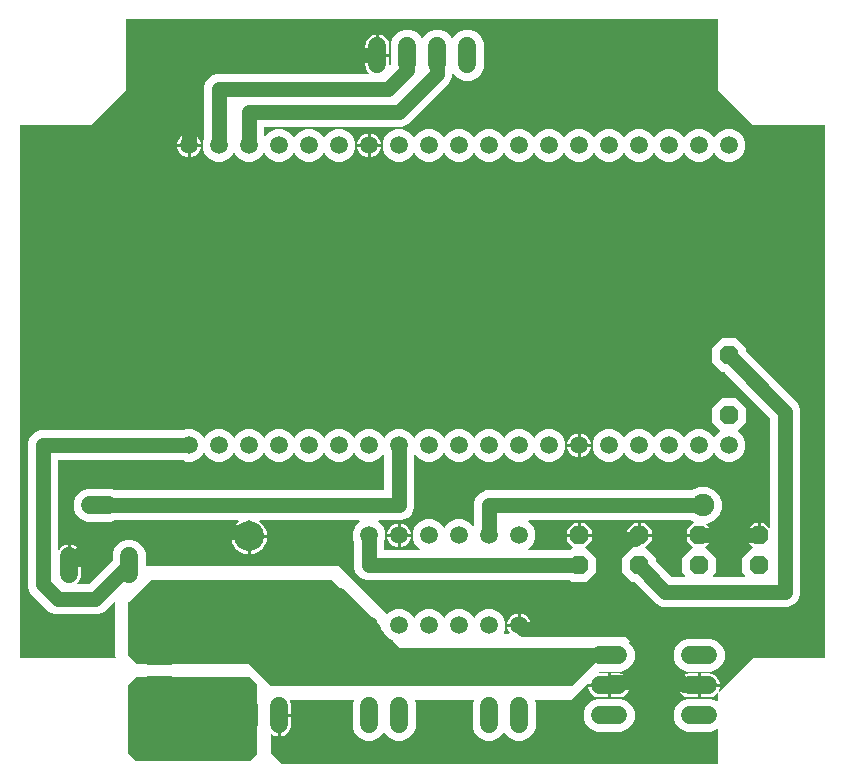
<source format=gbr>
G04 EAGLE Gerber RS-274X export*
G75*
%MOMM*%
%FSLAX34Y34*%
%LPD*%
%INBottom Copper*%
%IPPOS*%
%AMOC8*
5,1,8,0,0,1.08239X$1,22.5*%
G01*
%ADD10C,2.540000*%
%ADD11P,1.732040X8X112.500000*%
%ADD12C,1.524000*%
%ADD13P,1.732040X8X292.500000*%
%ADD14C,1.650000*%
%ADD15C,1.500000*%
%ADD16C,1.270000*%
%ADD17C,1.905000*%

G36*
X600065Y9377D02*
X600065Y9377D01*
X600131Y9379D01*
X600174Y9397D01*
X600221Y9405D01*
X600278Y9439D01*
X600338Y9464D01*
X600373Y9495D01*
X600414Y9520D01*
X600456Y9571D01*
X600504Y9615D01*
X600526Y9657D01*
X600555Y9694D01*
X600576Y9756D01*
X600607Y9815D01*
X600615Y9869D01*
X600627Y9906D01*
X600626Y9946D01*
X600634Y10000D01*
X600634Y38380D01*
X600621Y38456D01*
X600615Y38533D01*
X600601Y38566D01*
X600595Y38601D01*
X600555Y38667D01*
X600523Y38738D01*
X600499Y38763D01*
X600480Y38794D01*
X600420Y38843D01*
X600366Y38898D01*
X600334Y38913D01*
X600306Y38935D01*
X600233Y38960D01*
X600163Y38993D01*
X600127Y38996D01*
X600094Y39007D01*
X600016Y39005D01*
X599939Y39011D01*
X599900Y39002D01*
X599869Y39001D01*
X599826Y38983D01*
X599757Y38966D01*
X594599Y36829D01*
X573801Y36829D01*
X568666Y38956D01*
X564736Y42886D01*
X562609Y48021D01*
X562609Y53579D01*
X564736Y58714D01*
X568666Y62644D01*
X573801Y64771D01*
X594599Y64771D01*
X599757Y62634D01*
X599833Y62618D01*
X599906Y62593D01*
X599942Y62594D01*
X599977Y62586D01*
X600053Y62597D01*
X600131Y62599D01*
X600163Y62613D01*
X600199Y62618D01*
X600267Y62655D01*
X600338Y62684D01*
X600365Y62708D01*
X600396Y62725D01*
X600447Y62783D01*
X600504Y62835D01*
X600520Y62867D01*
X600544Y62893D01*
X600571Y62966D01*
X600607Y63035D01*
X600613Y63075D01*
X600623Y63103D01*
X600624Y63150D01*
X600634Y63220D01*
X600634Y69114D01*
X600618Y69201D01*
X600609Y69290D01*
X600599Y69311D01*
X600595Y69334D01*
X600549Y69411D01*
X600510Y69491D01*
X600493Y69507D01*
X600480Y69528D01*
X600411Y69584D01*
X600347Y69645D01*
X600325Y69654D01*
X600306Y69669D01*
X600222Y69698D01*
X600140Y69732D01*
X600116Y69733D01*
X600094Y69741D01*
X600005Y69738D01*
X599916Y69742D01*
X599893Y69735D01*
X599869Y69734D01*
X599787Y69701D01*
X599702Y69674D01*
X599681Y69658D01*
X599662Y69650D01*
X599624Y69616D01*
X599552Y69562D01*
X598439Y68450D01*
X597145Y67510D01*
X595720Y66784D01*
X594199Y66289D01*
X592620Y66039D01*
X585469Y66039D01*
X585469Y74931D01*
X601906Y74931D01*
X601731Y73821D01*
X601236Y72300D01*
X601018Y71871D01*
X601014Y71858D01*
X601006Y71847D01*
X600982Y71751D01*
X600953Y71656D01*
X600954Y71643D01*
X600951Y71630D01*
X600961Y71531D01*
X600967Y71432D01*
X600972Y71420D01*
X600974Y71407D01*
X601018Y71318D01*
X601058Y71227D01*
X601067Y71218D01*
X601073Y71206D01*
X601145Y71138D01*
X601215Y71067D01*
X601227Y71061D01*
X601236Y71052D01*
X601328Y71013D01*
X601418Y70971D01*
X601431Y70970D01*
X601443Y70964D01*
X601542Y70960D01*
X601641Y70951D01*
X601654Y70955D01*
X601667Y70954D01*
X601762Y70985D01*
X601857Y71011D01*
X601868Y71019D01*
X601881Y71023D01*
X602032Y71135D01*
X630263Y99366D01*
X690000Y99366D01*
X690065Y99377D01*
X690131Y99379D01*
X690174Y99397D01*
X690221Y99405D01*
X690278Y99439D01*
X690338Y99464D01*
X690373Y99495D01*
X690414Y99520D01*
X690456Y99571D01*
X690504Y99615D01*
X690526Y99657D01*
X690555Y99694D01*
X690576Y99756D01*
X690607Y99815D01*
X690615Y99869D01*
X690627Y99906D01*
X690626Y99946D01*
X690634Y100000D01*
X690634Y550000D01*
X690623Y550065D01*
X690621Y550131D01*
X690603Y550174D01*
X690595Y550221D01*
X690561Y550278D01*
X690536Y550338D01*
X690505Y550373D01*
X690480Y550414D01*
X690429Y550456D01*
X690385Y550504D01*
X690343Y550526D01*
X690306Y550555D01*
X690244Y550576D01*
X690185Y550607D01*
X690131Y550615D01*
X690094Y550627D01*
X690054Y550626D01*
X690000Y550634D01*
X630263Y550634D01*
X600634Y580263D01*
X600634Y640000D01*
X600623Y640065D01*
X600621Y640131D01*
X600603Y640174D01*
X600595Y640221D01*
X600561Y640278D01*
X600536Y640338D01*
X600505Y640373D01*
X600480Y640414D01*
X600429Y640456D01*
X600385Y640504D01*
X600343Y640526D01*
X600306Y640555D01*
X600244Y640576D01*
X600185Y640607D01*
X600131Y640615D01*
X600094Y640627D01*
X600054Y640626D01*
X600000Y640634D01*
X100000Y640634D01*
X99935Y640623D01*
X99869Y640621D01*
X99826Y640603D01*
X99779Y640595D01*
X99722Y640561D01*
X99662Y640536D01*
X99627Y640505D01*
X99586Y640480D01*
X99545Y640429D01*
X99496Y640385D01*
X99474Y640343D01*
X99445Y640306D01*
X99424Y640244D01*
X99393Y640185D01*
X99385Y640131D01*
X99373Y640094D01*
X99374Y640054D01*
X99366Y640000D01*
X99366Y580263D01*
X69737Y550634D01*
X10000Y550634D01*
X9935Y550623D01*
X9869Y550621D01*
X9826Y550603D01*
X9779Y550595D01*
X9722Y550561D01*
X9662Y550536D01*
X9627Y550505D01*
X9586Y550480D01*
X9545Y550429D01*
X9496Y550385D01*
X9474Y550343D01*
X9445Y550306D01*
X9424Y550244D01*
X9393Y550185D01*
X9385Y550131D01*
X9373Y550094D01*
X9374Y550054D01*
X9366Y550000D01*
X9366Y100000D01*
X9377Y99935D01*
X9379Y99869D01*
X9397Y99826D01*
X9405Y99779D01*
X9439Y99722D01*
X9464Y99662D01*
X9495Y99627D01*
X9520Y99586D01*
X9571Y99545D01*
X9615Y99496D01*
X9657Y99474D01*
X9694Y99445D01*
X9756Y99424D01*
X9815Y99393D01*
X9869Y99385D01*
X9906Y99373D01*
X9946Y99374D01*
X10000Y99366D01*
X90000Y99366D01*
X90088Y99382D01*
X90176Y99391D01*
X90197Y99401D01*
X90221Y99405D01*
X90298Y99451D01*
X90377Y99490D01*
X90394Y99507D01*
X90414Y99520D01*
X90470Y99589D01*
X90531Y99653D01*
X90540Y99675D01*
X90555Y99694D01*
X90584Y99778D01*
X90619Y99860D01*
X90620Y99884D01*
X90627Y99906D01*
X90625Y99995D01*
X90629Y100084D01*
X90621Y100107D01*
X90621Y100131D01*
X90587Y100213D01*
X90560Y100298D01*
X90544Y100319D01*
X90536Y100338D01*
X90502Y100376D01*
X90448Y100448D01*
X89534Y101363D01*
X89534Y146241D01*
X89518Y146329D01*
X89509Y146418D01*
X89499Y146439D01*
X89495Y146462D01*
X89449Y146539D01*
X89410Y146619D01*
X89393Y146635D01*
X89380Y146656D01*
X89311Y146712D01*
X89247Y146773D01*
X89225Y146782D01*
X89206Y146797D01*
X89122Y146825D01*
X89040Y146860D01*
X89016Y146861D01*
X88994Y146869D01*
X88905Y146866D01*
X88816Y146870D01*
X88793Y146863D01*
X88769Y146862D01*
X88687Y146829D01*
X88602Y146801D01*
X88581Y146786D01*
X88562Y146778D01*
X88524Y146744D01*
X88452Y146690D01*
X80219Y138458D01*
X75551Y136524D01*
X38749Y136524D01*
X34081Y138458D01*
X17808Y154731D01*
X15874Y159399D01*
X15874Y281926D01*
X17808Y286594D01*
X21381Y290167D01*
X26049Y292101D01*
X146742Y292101D01*
X146773Y292106D01*
X146803Y292104D01*
X146918Y292132D01*
X146963Y292140D01*
X146972Y292146D01*
X146985Y292149D01*
X149645Y293251D01*
X155155Y293251D01*
X160246Y291142D01*
X164142Y287246D01*
X164514Y286348D01*
X164562Y286273D01*
X164604Y286195D01*
X164622Y286179D01*
X164635Y286159D01*
X164706Y286106D01*
X164773Y286047D01*
X164796Y286038D01*
X164815Y286024D01*
X164900Y285999D01*
X164983Y285967D01*
X165007Y285967D01*
X165030Y285960D01*
X165118Y285966D01*
X165207Y285965D01*
X165230Y285974D01*
X165253Y285975D01*
X165335Y286012D01*
X165418Y286042D01*
X165436Y286057D01*
X165458Y286067D01*
X165522Y286129D01*
X165589Y286187D01*
X165603Y286210D01*
X165618Y286224D01*
X165639Y286270D01*
X165686Y286348D01*
X166058Y287246D01*
X169954Y291142D01*
X175045Y293251D01*
X180555Y293251D01*
X185646Y291142D01*
X189542Y287246D01*
X189914Y286348D01*
X189962Y286273D01*
X190004Y286195D01*
X190022Y286179D01*
X190035Y286159D01*
X190106Y286106D01*
X190173Y286047D01*
X190196Y286038D01*
X190215Y286024D01*
X190300Y285999D01*
X190383Y285967D01*
X190407Y285967D01*
X190430Y285960D01*
X190518Y285966D01*
X190607Y285965D01*
X190630Y285974D01*
X190653Y285975D01*
X190735Y286012D01*
X190818Y286042D01*
X190836Y286057D01*
X190858Y286067D01*
X190922Y286129D01*
X190989Y286187D01*
X191003Y286210D01*
X191018Y286224D01*
X191039Y286270D01*
X191086Y286348D01*
X191458Y287246D01*
X195354Y291142D01*
X200445Y293251D01*
X205955Y293251D01*
X211046Y291142D01*
X214942Y287246D01*
X215314Y286348D01*
X215362Y286273D01*
X215404Y286195D01*
X215422Y286179D01*
X215435Y286159D01*
X215506Y286106D01*
X215573Y286047D01*
X215596Y286038D01*
X215615Y286024D01*
X215700Y285999D01*
X215783Y285967D01*
X215807Y285967D01*
X215830Y285960D01*
X215918Y285966D01*
X216007Y285965D01*
X216030Y285974D01*
X216053Y285975D01*
X216135Y286012D01*
X216218Y286042D01*
X216236Y286057D01*
X216258Y286067D01*
X216322Y286129D01*
X216389Y286187D01*
X216403Y286210D01*
X216418Y286224D01*
X216439Y286270D01*
X216486Y286348D01*
X216858Y287246D01*
X220754Y291142D01*
X225845Y293251D01*
X231355Y293251D01*
X236446Y291142D01*
X240342Y287246D01*
X240714Y286348D01*
X240762Y286273D01*
X240804Y286195D01*
X240822Y286179D01*
X240835Y286159D01*
X240906Y286106D01*
X240973Y286047D01*
X240996Y286038D01*
X241015Y286024D01*
X241100Y285999D01*
X241183Y285967D01*
X241207Y285967D01*
X241230Y285960D01*
X241318Y285966D01*
X241407Y285965D01*
X241430Y285974D01*
X241453Y285975D01*
X241535Y286012D01*
X241618Y286042D01*
X241636Y286057D01*
X241658Y286067D01*
X241722Y286129D01*
X241789Y286187D01*
X241803Y286210D01*
X241818Y286224D01*
X241839Y286270D01*
X241886Y286348D01*
X242258Y287246D01*
X246154Y291142D01*
X251245Y293251D01*
X256755Y293251D01*
X261846Y291142D01*
X265742Y287246D01*
X266114Y286348D01*
X266162Y286273D01*
X266204Y286195D01*
X266222Y286179D01*
X266235Y286159D01*
X266306Y286106D01*
X266373Y286047D01*
X266396Y286038D01*
X266415Y286024D01*
X266500Y285999D01*
X266583Y285967D01*
X266607Y285967D01*
X266630Y285960D01*
X266718Y285966D01*
X266807Y285965D01*
X266830Y285974D01*
X266853Y285975D01*
X266935Y286012D01*
X267018Y286042D01*
X267036Y286057D01*
X267058Y286067D01*
X267122Y286129D01*
X267189Y286187D01*
X267203Y286210D01*
X267218Y286224D01*
X267239Y286270D01*
X267286Y286348D01*
X267658Y287246D01*
X271554Y291142D01*
X276645Y293251D01*
X282155Y293251D01*
X287246Y291142D01*
X291142Y287246D01*
X291514Y286348D01*
X291562Y286273D01*
X291604Y286195D01*
X291622Y286179D01*
X291635Y286159D01*
X291706Y286106D01*
X291773Y286047D01*
X291796Y286038D01*
X291815Y286024D01*
X291900Y285999D01*
X291983Y285967D01*
X292007Y285967D01*
X292030Y285960D01*
X292118Y285966D01*
X292207Y285965D01*
X292230Y285974D01*
X292253Y285975D01*
X292335Y286012D01*
X292418Y286042D01*
X292436Y286057D01*
X292458Y286067D01*
X292522Y286129D01*
X292589Y286187D01*
X292603Y286210D01*
X292618Y286224D01*
X292639Y286270D01*
X292686Y286348D01*
X293058Y287246D01*
X296954Y291142D01*
X302045Y293251D01*
X307555Y293251D01*
X312646Y291142D01*
X316542Y287246D01*
X316914Y286348D01*
X316962Y286273D01*
X317004Y286195D01*
X317022Y286179D01*
X317035Y286159D01*
X317106Y286106D01*
X317173Y286047D01*
X317196Y286038D01*
X317215Y286024D01*
X317300Y285999D01*
X317383Y285967D01*
X317407Y285967D01*
X317430Y285960D01*
X317518Y285966D01*
X317607Y285965D01*
X317630Y285974D01*
X317653Y285975D01*
X317735Y286012D01*
X317818Y286042D01*
X317836Y286057D01*
X317858Y286067D01*
X317922Y286129D01*
X317989Y286187D01*
X318003Y286210D01*
X318018Y286224D01*
X318039Y286270D01*
X318086Y286348D01*
X318458Y287246D01*
X322354Y291142D01*
X327445Y293251D01*
X332955Y293251D01*
X338046Y291142D01*
X341942Y287246D01*
X342314Y286348D01*
X342362Y286273D01*
X342404Y286195D01*
X342422Y286179D01*
X342435Y286159D01*
X342506Y286106D01*
X342573Y286047D01*
X342596Y286038D01*
X342615Y286024D01*
X342700Y285999D01*
X342783Y285967D01*
X342807Y285967D01*
X342830Y285960D01*
X342918Y285966D01*
X343007Y285965D01*
X343030Y285974D01*
X343053Y285975D01*
X343135Y286012D01*
X343218Y286042D01*
X343236Y286057D01*
X343258Y286067D01*
X343322Y286129D01*
X343389Y286187D01*
X343403Y286210D01*
X343418Y286224D01*
X343439Y286270D01*
X343486Y286348D01*
X343858Y287246D01*
X347754Y291142D01*
X352845Y293251D01*
X358355Y293251D01*
X363446Y291142D01*
X367342Y287246D01*
X367714Y286348D01*
X367762Y286273D01*
X367804Y286195D01*
X367822Y286179D01*
X367835Y286159D01*
X367906Y286106D01*
X367973Y286047D01*
X367996Y286038D01*
X368015Y286024D01*
X368100Y285999D01*
X368183Y285967D01*
X368207Y285967D01*
X368230Y285960D01*
X368318Y285966D01*
X368407Y285965D01*
X368430Y285974D01*
X368453Y285975D01*
X368535Y286012D01*
X368618Y286042D01*
X368636Y286057D01*
X368658Y286067D01*
X368722Y286129D01*
X368789Y286187D01*
X368803Y286210D01*
X368818Y286224D01*
X368839Y286270D01*
X368886Y286348D01*
X369258Y287246D01*
X373154Y291142D01*
X378245Y293251D01*
X383755Y293251D01*
X388846Y291142D01*
X392742Y287246D01*
X393114Y286348D01*
X393162Y286273D01*
X393204Y286195D01*
X393222Y286179D01*
X393235Y286159D01*
X393306Y286106D01*
X393373Y286047D01*
X393396Y286038D01*
X393415Y286024D01*
X393500Y285999D01*
X393583Y285967D01*
X393607Y285967D01*
X393630Y285960D01*
X393718Y285966D01*
X393807Y285965D01*
X393830Y285974D01*
X393853Y285975D01*
X393935Y286012D01*
X394018Y286042D01*
X394036Y286057D01*
X394058Y286067D01*
X394122Y286129D01*
X394189Y286187D01*
X394203Y286210D01*
X394218Y286224D01*
X394239Y286270D01*
X394286Y286348D01*
X394658Y287246D01*
X398554Y291142D01*
X403645Y293251D01*
X409155Y293251D01*
X414246Y291142D01*
X418142Y287246D01*
X418514Y286348D01*
X418562Y286273D01*
X418604Y286195D01*
X418622Y286179D01*
X418635Y286159D01*
X418706Y286106D01*
X418773Y286047D01*
X418796Y286038D01*
X418815Y286024D01*
X418900Y285999D01*
X418983Y285967D01*
X419007Y285967D01*
X419030Y285960D01*
X419118Y285966D01*
X419207Y285965D01*
X419230Y285974D01*
X419253Y285975D01*
X419335Y286012D01*
X419418Y286042D01*
X419436Y286057D01*
X419458Y286067D01*
X419522Y286129D01*
X419589Y286187D01*
X419603Y286210D01*
X419618Y286224D01*
X419639Y286270D01*
X419686Y286348D01*
X420058Y287246D01*
X423954Y291142D01*
X429045Y293251D01*
X434555Y293251D01*
X439646Y291142D01*
X443542Y287246D01*
X443914Y286348D01*
X443962Y286273D01*
X444004Y286195D01*
X444022Y286179D01*
X444035Y286159D01*
X444106Y286106D01*
X444173Y286047D01*
X444196Y286038D01*
X444215Y286024D01*
X444300Y285999D01*
X444383Y285967D01*
X444407Y285967D01*
X444430Y285960D01*
X444518Y285966D01*
X444607Y285965D01*
X444630Y285974D01*
X444653Y285975D01*
X444735Y286012D01*
X444818Y286042D01*
X444836Y286057D01*
X444858Y286067D01*
X444922Y286129D01*
X444989Y286187D01*
X445003Y286210D01*
X445018Y286224D01*
X445039Y286270D01*
X445086Y286348D01*
X445458Y287246D01*
X449354Y291142D01*
X454445Y293251D01*
X459955Y293251D01*
X465046Y291142D01*
X468942Y287246D01*
X471051Y282155D01*
X471051Y276645D01*
X468942Y271554D01*
X465046Y267658D01*
X459955Y265549D01*
X454445Y265549D01*
X449354Y267658D01*
X445458Y271554D01*
X445086Y272452D01*
X445038Y272527D01*
X444995Y272605D01*
X444978Y272621D01*
X444965Y272641D01*
X444894Y272695D01*
X444827Y272753D01*
X444804Y272762D01*
X444785Y272776D01*
X444700Y272801D01*
X444617Y272833D01*
X444593Y272833D01*
X444570Y272840D01*
X444481Y272834D01*
X444393Y272835D01*
X444370Y272826D01*
X444347Y272825D01*
X444265Y272788D01*
X444182Y272758D01*
X444163Y272743D01*
X444142Y272733D01*
X444078Y272670D01*
X444011Y272613D01*
X443997Y272590D01*
X443982Y272576D01*
X443961Y272530D01*
X443914Y272452D01*
X443542Y271554D01*
X439646Y267658D01*
X434555Y265549D01*
X429045Y265549D01*
X423954Y267658D01*
X420058Y271554D01*
X419686Y272452D01*
X419638Y272527D01*
X419595Y272605D01*
X419578Y272621D01*
X419565Y272641D01*
X419494Y272695D01*
X419427Y272753D01*
X419404Y272762D01*
X419385Y272776D01*
X419300Y272801D01*
X419217Y272833D01*
X419193Y272833D01*
X419170Y272840D01*
X419081Y272834D01*
X418993Y272835D01*
X418970Y272826D01*
X418947Y272825D01*
X418865Y272788D01*
X418782Y272758D01*
X418763Y272743D01*
X418742Y272733D01*
X418678Y272670D01*
X418611Y272613D01*
X418597Y272590D01*
X418582Y272576D01*
X418561Y272530D01*
X418514Y272452D01*
X418142Y271554D01*
X414246Y267658D01*
X409155Y265549D01*
X403645Y265549D01*
X398554Y267658D01*
X394658Y271554D01*
X394286Y272452D01*
X394238Y272527D01*
X394195Y272605D01*
X394178Y272621D01*
X394165Y272641D01*
X394094Y272695D01*
X394027Y272753D01*
X394004Y272762D01*
X393985Y272776D01*
X393900Y272801D01*
X393817Y272833D01*
X393793Y272833D01*
X393770Y272840D01*
X393681Y272834D01*
X393593Y272835D01*
X393570Y272826D01*
X393547Y272825D01*
X393465Y272788D01*
X393382Y272758D01*
X393363Y272743D01*
X393342Y272733D01*
X393278Y272670D01*
X393211Y272613D01*
X393197Y272590D01*
X393182Y272576D01*
X393161Y272530D01*
X393114Y272452D01*
X392742Y271554D01*
X388846Y267658D01*
X383755Y265549D01*
X378245Y265549D01*
X373154Y267658D01*
X369258Y271554D01*
X368886Y272452D01*
X368838Y272527D01*
X368795Y272605D01*
X368778Y272621D01*
X368765Y272641D01*
X368694Y272695D01*
X368627Y272753D01*
X368604Y272762D01*
X368585Y272776D01*
X368500Y272801D01*
X368417Y272833D01*
X368393Y272833D01*
X368370Y272840D01*
X368281Y272834D01*
X368193Y272835D01*
X368170Y272826D01*
X368147Y272825D01*
X368065Y272788D01*
X367982Y272758D01*
X367963Y272743D01*
X367942Y272733D01*
X367878Y272670D01*
X367811Y272613D01*
X367797Y272590D01*
X367782Y272576D01*
X367761Y272530D01*
X367714Y272452D01*
X367342Y271554D01*
X363446Y267658D01*
X358355Y265549D01*
X352845Y265549D01*
X347754Y267658D01*
X343983Y271429D01*
X343910Y271479D01*
X343841Y271536D01*
X343819Y271543D01*
X343799Y271557D01*
X343713Y271579D01*
X343629Y271607D01*
X343605Y271607D01*
X343582Y271613D01*
X343493Y271603D01*
X343404Y271601D01*
X343382Y271592D01*
X343359Y271589D01*
X343279Y271550D01*
X343197Y271517D01*
X343179Y271501D01*
X343158Y271490D01*
X343097Y271425D01*
X343031Y271365D01*
X343020Y271344D01*
X343004Y271327D01*
X342969Y271245D01*
X342928Y271166D01*
X342925Y271139D01*
X342916Y271120D01*
X342914Y271070D01*
X342901Y270980D01*
X342901Y226074D01*
X340967Y221406D01*
X340010Y220449D01*
X340010Y220448D01*
X337394Y217833D01*
X334795Y216756D01*
X332726Y215899D01*
X313220Y215899D01*
X313132Y215883D01*
X313044Y215874D01*
X313022Y215864D01*
X312999Y215860D01*
X312922Y215814D01*
X312843Y215775D01*
X312826Y215758D01*
X312806Y215745D01*
X312750Y215676D01*
X312689Y215612D01*
X312679Y215590D01*
X312664Y215571D01*
X312636Y215487D01*
X312601Y215405D01*
X312600Y215381D01*
X312593Y215359D01*
X312595Y215270D01*
X312591Y215181D01*
X312598Y215158D01*
X312599Y215134D01*
X312632Y215052D01*
X312660Y214967D01*
X312676Y214946D01*
X312683Y214927D01*
X312717Y214889D01*
X312771Y214817D01*
X316542Y211046D01*
X317071Y209769D01*
X318651Y205955D01*
X318651Y200445D01*
X317549Y197785D01*
X317542Y197755D01*
X317528Y197728D01*
X317511Y197611D01*
X317501Y197566D01*
X317503Y197555D01*
X317501Y197542D01*
X317501Y191135D01*
X317512Y191070D01*
X317514Y191004D01*
X317532Y190961D01*
X317540Y190914D01*
X317574Y190857D01*
X317599Y190797D01*
X317630Y190762D01*
X317655Y190721D01*
X317706Y190679D01*
X317750Y190631D01*
X317792Y190609D01*
X317829Y190580D01*
X317891Y190559D01*
X317950Y190528D01*
X318004Y190520D01*
X318041Y190508D01*
X318081Y190509D01*
X318135Y190501D01*
X347180Y190501D01*
X347268Y190517D01*
X347356Y190526D01*
X347378Y190536D01*
X347401Y190540D01*
X347478Y190586D01*
X347557Y190625D01*
X347574Y190642D01*
X347594Y190655D01*
X347650Y190724D01*
X347711Y190788D01*
X347721Y190810D01*
X347736Y190829D01*
X347764Y190913D01*
X347799Y190995D01*
X347800Y191019D01*
X347807Y191041D01*
X347805Y191130D01*
X347809Y191219D01*
X347802Y191242D01*
X347801Y191266D01*
X347768Y191348D01*
X347740Y191433D01*
X347724Y191454D01*
X347717Y191473D01*
X347683Y191511D01*
X347629Y191583D01*
X343858Y195354D01*
X341749Y200445D01*
X341749Y205955D01*
X343858Y211046D01*
X347754Y214942D01*
X352845Y217051D01*
X358355Y217051D01*
X363446Y214942D01*
X367342Y211046D01*
X367714Y210148D01*
X367743Y210103D01*
X367750Y210085D01*
X367764Y210070D01*
X367805Y209995D01*
X367822Y209979D01*
X367835Y209959D01*
X367906Y209905D01*
X367973Y209847D01*
X367996Y209838D01*
X368015Y209824D01*
X368100Y209799D01*
X368183Y209767D01*
X368207Y209767D01*
X368230Y209760D01*
X368319Y209766D01*
X368407Y209765D01*
X368430Y209774D01*
X368453Y209775D01*
X368535Y209812D01*
X368618Y209842D01*
X368637Y209857D01*
X368658Y209867D01*
X368722Y209930D01*
X368789Y209987D01*
X368803Y210010D01*
X368818Y210024D01*
X368839Y210070D01*
X368863Y210109D01*
X368869Y210117D01*
X368871Y210123D01*
X368886Y210148D01*
X369258Y211046D01*
X373154Y214942D01*
X378245Y217051D01*
X383755Y217051D01*
X388846Y214942D01*
X392617Y211171D01*
X392649Y211148D01*
X392672Y211124D01*
X392709Y211105D01*
X392759Y211064D01*
X392781Y211057D01*
X392801Y211043D01*
X392857Y211029D01*
X392871Y211021D01*
X392897Y211018D01*
X392971Y210993D01*
X392995Y210993D01*
X393018Y210987D01*
X393107Y210997D01*
X393196Y210999D01*
X393218Y211008D01*
X393241Y211011D01*
X393321Y211050D01*
X393403Y211083D01*
X393421Y211099D01*
X393442Y211110D01*
X393452Y211121D01*
X393476Y211146D01*
X393479Y211148D01*
X393487Y211157D01*
X393500Y211171D01*
X393503Y211175D01*
X393569Y211235D01*
X393580Y211256D01*
X393596Y211273D01*
X393613Y211312D01*
X393620Y211322D01*
X393633Y211360D01*
X393672Y211434D01*
X393675Y211461D01*
X393684Y211480D01*
X393685Y211513D01*
X393692Y211534D01*
X393691Y211567D01*
X393699Y211620D01*
X393699Y231126D01*
X395633Y235794D01*
X399206Y239367D01*
X403874Y241301D01*
X577361Y241301D01*
X577403Y241308D01*
X577446Y241306D01*
X577513Y241328D01*
X577582Y241340D01*
X577619Y241362D01*
X577659Y241375D01*
X577732Y241429D01*
X577775Y241455D01*
X577789Y241471D01*
X577810Y241487D01*
X578382Y242059D01*
X584217Y244476D01*
X590533Y244476D01*
X596368Y242059D01*
X600834Y237593D01*
X603251Y231758D01*
X603251Y225442D01*
X600834Y219607D01*
X596368Y215141D01*
X590739Y212810D01*
X590674Y212768D01*
X590604Y212733D01*
X590580Y212708D01*
X590550Y212688D01*
X590503Y212626D01*
X590450Y212570D01*
X590437Y212537D01*
X590415Y212509D01*
X590393Y212435D01*
X590363Y212364D01*
X590361Y212328D01*
X590351Y212294D01*
X590356Y212217D01*
X590353Y212139D01*
X590364Y212106D01*
X590366Y212070D01*
X590398Y211999D01*
X590422Y211926D01*
X590446Y211893D01*
X590458Y211865D01*
X590491Y211832D01*
X590533Y211775D01*
X592757Y209552D01*
X592757Y209551D01*
X594742Y207567D01*
X594742Y204469D01*
X584835Y204469D01*
X584770Y204458D01*
X584705Y204456D01*
X584661Y204438D01*
X584614Y204430D01*
X584558Y204396D01*
X584497Y204371D01*
X584462Y204339D01*
X584421Y204315D01*
X584380Y204264D01*
X584331Y204220D01*
X584309Y204178D01*
X584280Y204141D01*
X584259Y204079D01*
X584229Y204020D01*
X584220Y203966D01*
X584208Y203929D01*
X584209Y203889D01*
X584201Y203835D01*
X584201Y202565D01*
X584213Y202500D01*
X584214Y202434D01*
X584232Y202391D01*
X584241Y202344D01*
X584274Y202287D01*
X584299Y202227D01*
X584331Y202192D01*
X584355Y202151D01*
X584406Y202110D01*
X584450Y202061D01*
X584492Y202039D01*
X584529Y202010D01*
X584591Y201989D01*
X584650Y201958D01*
X584704Y201950D01*
X584741Y201938D01*
X584781Y201939D01*
X584835Y201931D01*
X594742Y201931D01*
X594742Y198833D01*
X589143Y193234D01*
X589092Y193161D01*
X589036Y193092D01*
X589028Y193070D01*
X589015Y193050D01*
X588992Y192964D01*
X588964Y192880D01*
X588965Y192856D01*
X588959Y192833D01*
X588968Y192744D01*
X588971Y192655D01*
X588979Y192633D01*
X588982Y192610D01*
X589021Y192530D01*
X589055Y192448D01*
X589071Y192430D01*
X589081Y192409D01*
X589146Y192348D01*
X589206Y192282D01*
X589227Y192271D01*
X589245Y192255D01*
X589327Y192220D01*
X589406Y192179D01*
X589432Y192176D01*
X589451Y192167D01*
X589502Y192165D01*
X589591Y192152D01*
X590145Y192152D01*
X598552Y183745D01*
X598552Y171855D01*
X596055Y169358D01*
X596004Y169285D01*
X595948Y169216D01*
X595940Y169194D01*
X595927Y169174D01*
X595905Y169088D01*
X595876Y169004D01*
X595877Y168980D01*
X595871Y168957D01*
X595880Y168868D01*
X595883Y168779D01*
X595892Y168757D01*
X595894Y168734D01*
X595934Y168654D01*
X595967Y168572D01*
X595983Y168554D01*
X595993Y168533D01*
X596058Y168472D01*
X596118Y168406D01*
X596140Y168395D01*
X596157Y168379D01*
X596239Y168344D01*
X596318Y168303D01*
X596344Y168300D01*
X596363Y168291D01*
X596414Y168289D01*
X596503Y168276D01*
X622697Y168276D01*
X622784Y168292D01*
X622873Y168301D01*
X622894Y168311D01*
X622918Y168315D01*
X622994Y168361D01*
X623074Y168400D01*
X623090Y168417D01*
X623111Y168430D01*
X623167Y168499D01*
X623228Y168563D01*
X623237Y168585D01*
X623252Y168604D01*
X623281Y168688D01*
X623315Y168770D01*
X623316Y168794D01*
X623324Y168816D01*
X623321Y168905D01*
X623325Y168994D01*
X623318Y169017D01*
X623317Y169041D01*
X623284Y169123D01*
X623257Y169208D01*
X623241Y169229D01*
X623233Y169248D01*
X623199Y169286D01*
X623145Y169358D01*
X620648Y171855D01*
X620648Y183745D01*
X629055Y192152D01*
X629609Y192152D01*
X629697Y192168D01*
X629785Y192177D01*
X629806Y192187D01*
X629830Y192191D01*
X629906Y192237D01*
X629986Y192276D01*
X630002Y192293D01*
X630023Y192306D01*
X630079Y192375D01*
X630140Y192439D01*
X630149Y192461D01*
X630164Y192480D01*
X630193Y192564D01*
X630227Y192646D01*
X630229Y192670D01*
X630236Y192692D01*
X630233Y192781D01*
X630237Y192870D01*
X630230Y192893D01*
X630229Y192917D01*
X630196Y192999D01*
X630169Y193084D01*
X630153Y193105D01*
X630145Y193124D01*
X630111Y193162D01*
X630057Y193234D01*
X624458Y198833D01*
X624458Y201931D01*
X634365Y201931D01*
X634430Y201942D01*
X634495Y201944D01*
X634539Y201962D01*
X634586Y201970D01*
X634642Y202004D01*
X634703Y202029D01*
X634738Y202060D01*
X634779Y202085D01*
X634820Y202136D01*
X634869Y202180D01*
X634891Y202222D01*
X634920Y202259D01*
X634941Y202321D01*
X634971Y202380D01*
X634980Y202434D01*
X634992Y202471D01*
X634991Y202511D01*
X634999Y202565D01*
X634999Y203201D01*
X635635Y203201D01*
X635700Y203213D01*
X635765Y203214D01*
X635809Y203232D01*
X635856Y203241D01*
X635913Y203274D01*
X635973Y203299D01*
X636008Y203331D01*
X636049Y203355D01*
X636090Y203406D01*
X636139Y203450D01*
X636161Y203492D01*
X636190Y203529D01*
X636211Y203591D01*
X636242Y203650D01*
X636250Y203704D01*
X636262Y203741D01*
X636261Y203781D01*
X636269Y203835D01*
X636269Y213742D01*
X639367Y213742D01*
X643442Y209667D01*
X643515Y209616D01*
X643584Y209560D01*
X643606Y209552D01*
X643626Y209539D01*
X643712Y209516D01*
X643796Y209488D01*
X643820Y209489D01*
X643843Y209483D01*
X643932Y209492D01*
X644021Y209495D01*
X644043Y209503D01*
X644066Y209506D01*
X644146Y209545D01*
X644228Y209579D01*
X644246Y209595D01*
X644267Y209605D01*
X644328Y209670D01*
X644394Y209730D01*
X644405Y209751D01*
X644421Y209769D01*
X644456Y209851D01*
X644497Y209930D01*
X644500Y209956D01*
X644509Y209975D01*
X644511Y210026D01*
X644524Y210115D01*
X644524Y302451D01*
X644517Y302493D01*
X644519Y302536D01*
X644497Y302603D01*
X644485Y302672D01*
X644463Y302709D01*
X644450Y302749D01*
X644396Y302822D01*
X644370Y302865D01*
X644354Y302879D01*
X644338Y302900D01*
X606176Y341062D01*
X606141Y341087D01*
X606112Y341118D01*
X606050Y341150D01*
X605992Y341191D01*
X605951Y341201D01*
X605913Y341221D01*
X605823Y341234D01*
X605774Y341247D01*
X605754Y341244D01*
X605727Y341248D01*
X603655Y341248D01*
X595248Y349655D01*
X595248Y361545D01*
X603655Y369952D01*
X615545Y369952D01*
X623952Y361545D01*
X623952Y359473D01*
X623959Y359431D01*
X623957Y359388D01*
X623979Y359321D01*
X623991Y359252D01*
X624013Y359215D01*
X624026Y359175D01*
X624080Y359102D01*
X624106Y359059D01*
X624122Y359045D01*
X624138Y359024D01*
X667992Y315169D01*
X669926Y310501D01*
X669926Y153049D01*
X667992Y148381D01*
X664419Y144808D01*
X659751Y142874D01*
X553099Y142874D01*
X548431Y144808D01*
X529976Y163262D01*
X529941Y163287D01*
X529912Y163318D01*
X529850Y163350D01*
X529792Y163391D01*
X529751Y163401D01*
X529713Y163421D01*
X529623Y163434D01*
X529574Y163447D01*
X529554Y163444D01*
X529527Y163448D01*
X527455Y163448D01*
X519048Y171855D01*
X519048Y183745D01*
X527455Y192152D01*
X528009Y192152D01*
X528097Y192168D01*
X528185Y192177D01*
X528206Y192187D01*
X528230Y192191D01*
X528306Y192237D01*
X528386Y192276D01*
X528402Y192293D01*
X528423Y192306D01*
X528479Y192375D01*
X528540Y192439D01*
X528549Y192461D01*
X528564Y192480D01*
X528593Y192564D01*
X528627Y192646D01*
X528629Y192670D01*
X528636Y192692D01*
X528633Y192781D01*
X528637Y192870D01*
X528630Y192893D01*
X528629Y192917D01*
X528596Y192999D01*
X528569Y193084D01*
X528553Y193105D01*
X528545Y193124D01*
X528511Y193162D01*
X528457Y193234D01*
X522858Y198833D01*
X522858Y201931D01*
X532765Y201931D01*
X532830Y201942D01*
X532895Y201944D01*
X532939Y201962D01*
X532986Y201970D01*
X533042Y202004D01*
X533103Y202029D01*
X533138Y202060D01*
X533179Y202085D01*
X533220Y202136D01*
X533269Y202180D01*
X533291Y202222D01*
X533320Y202259D01*
X533341Y202321D01*
X533371Y202380D01*
X533380Y202434D01*
X533392Y202471D01*
X533391Y202511D01*
X533399Y202565D01*
X533399Y203201D01*
X533401Y203201D01*
X533401Y202565D01*
X533413Y202500D01*
X533414Y202434D01*
X533432Y202391D01*
X533441Y202344D01*
X533474Y202287D01*
X533499Y202227D01*
X533531Y202192D01*
X533555Y202151D01*
X533606Y202110D01*
X533650Y202061D01*
X533692Y202039D01*
X533729Y202010D01*
X533791Y201989D01*
X533850Y201958D01*
X533904Y201950D01*
X533941Y201938D01*
X533981Y201939D01*
X534035Y201931D01*
X543942Y201931D01*
X543942Y198833D01*
X538343Y193234D01*
X538292Y193161D01*
X538236Y193092D01*
X538228Y193070D01*
X538215Y193050D01*
X538192Y192964D01*
X538164Y192880D01*
X538165Y192856D01*
X538159Y192833D01*
X538168Y192744D01*
X538171Y192655D01*
X538179Y192633D01*
X538182Y192610D01*
X538221Y192530D01*
X538255Y192448D01*
X538271Y192430D01*
X538281Y192409D01*
X538346Y192348D01*
X538406Y192282D01*
X538427Y192271D01*
X538445Y192255D01*
X538527Y192220D01*
X538606Y192179D01*
X538632Y192176D01*
X538651Y192167D01*
X538702Y192165D01*
X538791Y192152D01*
X539345Y192152D01*
X547752Y183745D01*
X547752Y181673D01*
X547759Y181631D01*
X547757Y181588D01*
X547779Y181521D01*
X547791Y181452D01*
X547813Y181415D01*
X547826Y181375D01*
X547880Y181302D01*
X547906Y181259D01*
X547922Y181245D01*
X547938Y181224D01*
X560700Y168462D01*
X560735Y168437D01*
X560764Y168406D01*
X560826Y168374D01*
X560884Y168333D01*
X560925Y168323D01*
X560963Y168303D01*
X561053Y168290D01*
X561102Y168277D01*
X561122Y168280D01*
X561149Y168276D01*
X571897Y168276D01*
X571984Y168292D01*
X572073Y168301D01*
X572094Y168311D01*
X572118Y168315D01*
X572194Y168361D01*
X572274Y168400D01*
X572290Y168417D01*
X572311Y168430D01*
X572367Y168499D01*
X572428Y168563D01*
X572437Y168585D01*
X572452Y168604D01*
X572481Y168688D01*
X572515Y168770D01*
X572516Y168794D01*
X572524Y168816D01*
X572521Y168905D01*
X572525Y168994D01*
X572518Y169017D01*
X572517Y169041D01*
X572484Y169123D01*
X572457Y169208D01*
X572441Y169229D01*
X572433Y169248D01*
X572399Y169286D01*
X572345Y169358D01*
X569848Y171855D01*
X569848Y183745D01*
X578255Y192152D01*
X578809Y192152D01*
X578897Y192168D01*
X578985Y192177D01*
X579006Y192187D01*
X579030Y192191D01*
X579106Y192237D01*
X579186Y192276D01*
X579202Y192293D01*
X579223Y192306D01*
X579279Y192375D01*
X579340Y192439D01*
X579349Y192461D01*
X579364Y192480D01*
X579393Y192564D01*
X579427Y192646D01*
X579429Y192670D01*
X579436Y192692D01*
X579433Y192781D01*
X579437Y192870D01*
X579430Y192893D01*
X579429Y192917D01*
X579396Y192999D01*
X579369Y193084D01*
X579353Y193105D01*
X579345Y193124D01*
X579311Y193162D01*
X579257Y193234D01*
X573658Y198833D01*
X573658Y201931D01*
X583565Y201931D01*
X583630Y201942D01*
X583695Y201944D01*
X583739Y201962D01*
X583786Y201970D01*
X583842Y202004D01*
X583903Y202029D01*
X583938Y202060D01*
X583979Y202085D01*
X584020Y202136D01*
X584069Y202180D01*
X584091Y202222D01*
X584120Y202259D01*
X584141Y202321D01*
X584171Y202380D01*
X584180Y202434D01*
X584192Y202471D01*
X584191Y202511D01*
X584199Y202565D01*
X584199Y203835D01*
X584187Y203900D01*
X584186Y203965D01*
X584168Y204009D01*
X584159Y204056D01*
X584126Y204113D01*
X584101Y204173D01*
X584069Y204208D01*
X584045Y204249D01*
X583994Y204290D01*
X583950Y204339D01*
X583908Y204361D01*
X583871Y204390D01*
X583809Y204411D01*
X583750Y204442D01*
X583696Y204450D01*
X583659Y204462D01*
X583619Y204461D01*
X583565Y204469D01*
X573658Y204469D01*
X573658Y207567D01*
X577712Y211620D01*
X579727Y213635D01*
X579771Y213698D01*
X579822Y213757D01*
X579835Y213790D01*
X579855Y213819D01*
X579874Y213894D01*
X579902Y213967D01*
X579902Y214002D01*
X579911Y214036D01*
X579903Y214113D01*
X579903Y214191D01*
X579891Y214224D01*
X579888Y214260D01*
X579853Y214329D01*
X579827Y214402D01*
X579804Y214429D01*
X579788Y214461D01*
X579732Y214514D01*
X579682Y214573D01*
X579647Y214594D01*
X579625Y214615D01*
X579582Y214633D01*
X579521Y214669D01*
X578382Y215141D01*
X577810Y215713D01*
X577775Y215738D01*
X577746Y215769D01*
X577683Y215801D01*
X577626Y215842D01*
X577585Y215852D01*
X577547Y215872D01*
X577457Y215885D01*
X577408Y215898D01*
X577388Y215895D01*
X577361Y215899D01*
X440220Y215899D01*
X440132Y215883D01*
X440044Y215874D01*
X440022Y215864D01*
X439999Y215860D01*
X439922Y215814D01*
X439843Y215775D01*
X439826Y215758D01*
X439806Y215745D01*
X439750Y215676D01*
X439689Y215612D01*
X439679Y215590D01*
X439664Y215571D01*
X439636Y215487D01*
X439601Y215405D01*
X439600Y215381D01*
X439593Y215359D01*
X439595Y215270D01*
X439591Y215181D01*
X439598Y215158D01*
X439599Y215134D01*
X439632Y215052D01*
X439660Y214967D01*
X439676Y214946D01*
X439683Y214927D01*
X439717Y214889D01*
X439771Y214817D01*
X443542Y211046D01*
X444071Y209769D01*
X445651Y205955D01*
X445651Y200445D01*
X443542Y195354D01*
X439771Y191583D01*
X439721Y191510D01*
X439664Y191441D01*
X439657Y191419D01*
X439643Y191399D01*
X439621Y191313D01*
X439593Y191229D01*
X439593Y191205D01*
X439587Y191182D01*
X439597Y191093D01*
X439599Y191004D01*
X439608Y190982D01*
X439611Y190959D01*
X439650Y190879D01*
X439683Y190797D01*
X439699Y190779D01*
X439710Y190758D01*
X439775Y190697D01*
X439835Y190631D01*
X439856Y190620D01*
X439873Y190604D01*
X439955Y190569D01*
X440034Y190528D01*
X440061Y190525D01*
X440080Y190516D01*
X440130Y190514D01*
X440220Y190501D01*
X474742Y190501D01*
X474783Y190508D01*
X474826Y190506D01*
X474893Y190528D01*
X474962Y190540D01*
X474999Y190562D01*
X475039Y190575D01*
X475112Y190629D01*
X475156Y190655D01*
X475169Y190671D01*
X475190Y190687D01*
X476655Y192152D01*
X477209Y192152D01*
X477297Y192168D01*
X477385Y192177D01*
X477406Y192187D01*
X477430Y192191D01*
X477506Y192237D01*
X477586Y192276D01*
X477602Y192293D01*
X477623Y192306D01*
X477679Y192375D01*
X477740Y192439D01*
X477749Y192461D01*
X477764Y192480D01*
X477793Y192564D01*
X477827Y192646D01*
X477829Y192670D01*
X477836Y192692D01*
X477833Y192781D01*
X477837Y192870D01*
X477830Y192893D01*
X477829Y192917D01*
X477796Y192999D01*
X477769Y193084D01*
X477753Y193105D01*
X477745Y193124D01*
X477711Y193162D01*
X477657Y193234D01*
X472058Y198833D01*
X472058Y201931D01*
X481965Y201931D01*
X482030Y201942D01*
X482095Y201944D01*
X482139Y201962D01*
X482186Y201970D01*
X482242Y202004D01*
X482303Y202029D01*
X482338Y202060D01*
X482379Y202085D01*
X482420Y202136D01*
X482469Y202180D01*
X482491Y202222D01*
X482520Y202259D01*
X482541Y202321D01*
X482571Y202380D01*
X482580Y202434D01*
X482592Y202471D01*
X482591Y202511D01*
X482599Y202565D01*
X482599Y203201D01*
X482601Y203201D01*
X482601Y202565D01*
X482613Y202500D01*
X482614Y202434D01*
X482632Y202391D01*
X482641Y202344D01*
X482674Y202287D01*
X482699Y202227D01*
X482731Y202192D01*
X482755Y202151D01*
X482806Y202110D01*
X482850Y202061D01*
X482892Y202039D01*
X482929Y202010D01*
X482991Y201989D01*
X483050Y201958D01*
X483104Y201950D01*
X483141Y201938D01*
X483181Y201939D01*
X483235Y201931D01*
X493142Y201931D01*
X493142Y198833D01*
X487543Y193234D01*
X487492Y193161D01*
X487436Y193092D01*
X487428Y193070D01*
X487415Y193050D01*
X487392Y192964D01*
X487364Y192880D01*
X487365Y192856D01*
X487359Y192833D01*
X487368Y192744D01*
X487371Y192655D01*
X487379Y192633D01*
X487382Y192610D01*
X487421Y192530D01*
X487455Y192448D01*
X487471Y192430D01*
X487481Y192409D01*
X487546Y192348D01*
X487606Y192282D01*
X487627Y192271D01*
X487645Y192255D01*
X487727Y192220D01*
X487806Y192179D01*
X487832Y192176D01*
X487851Y192167D01*
X487902Y192165D01*
X487991Y192152D01*
X488545Y192152D01*
X496952Y183745D01*
X496952Y171855D01*
X488545Y163448D01*
X476655Y163448D01*
X475190Y164913D01*
X475155Y164938D01*
X475127Y164969D01*
X475064Y165001D01*
X475006Y165042D01*
X474965Y165052D01*
X474927Y165072D01*
X474837Y165085D01*
X474789Y165098D01*
X474768Y165095D01*
X474742Y165099D01*
X302274Y165099D01*
X297606Y167033D01*
X294033Y170606D01*
X292099Y175274D01*
X292099Y197542D01*
X292094Y197573D01*
X292096Y197603D01*
X292068Y197718D01*
X292060Y197763D01*
X292054Y197772D01*
X292051Y197785D01*
X290949Y200445D01*
X290949Y205955D01*
X292529Y209769D01*
X293058Y211046D01*
X296829Y214817D01*
X296879Y214890D01*
X296936Y214959D01*
X296943Y214981D01*
X296957Y215001D01*
X296979Y215087D01*
X297007Y215171D01*
X297007Y215195D01*
X297013Y215218D01*
X297003Y215307D01*
X297001Y215396D01*
X296992Y215418D01*
X296989Y215441D01*
X296950Y215521D01*
X296917Y215603D01*
X296901Y215621D01*
X296890Y215642D01*
X296825Y215703D01*
X296765Y215769D01*
X296744Y215780D01*
X296727Y215796D01*
X296645Y215831D01*
X296566Y215872D01*
X296539Y215875D01*
X296520Y215884D01*
X296470Y215886D01*
X296380Y215899D01*
X212501Y215899D01*
X212475Y215895D01*
X212448Y215897D01*
X212365Y215875D01*
X212280Y215860D01*
X212257Y215846D01*
X212232Y215839D01*
X212161Y215789D01*
X212087Y215745D01*
X212070Y215725D01*
X212049Y215710D01*
X212000Y215638D01*
X211946Y215571D01*
X211937Y215546D01*
X211922Y215524D01*
X211901Y215440D01*
X211874Y215359D01*
X211874Y215332D01*
X211868Y215306D01*
X211878Y215221D01*
X211880Y215134D01*
X211890Y215110D01*
X211893Y215083D01*
X211932Y215006D01*
X211965Y214927D01*
X211982Y214907D01*
X211994Y214883D01*
X212090Y214790D01*
X212116Y214761D01*
X212122Y214758D01*
X212128Y214752D01*
X213129Y214025D01*
X214825Y212329D01*
X216235Y210388D01*
X217324Y208250D01*
X218065Y205969D01*
X218430Y203669D01*
X204469Y203669D01*
X204469Y215265D01*
X204458Y215330D01*
X204456Y215396D01*
X204438Y215439D01*
X204430Y215486D01*
X204396Y215543D01*
X204371Y215603D01*
X204339Y215638D01*
X204315Y215679D01*
X204264Y215721D01*
X204220Y215769D01*
X204178Y215791D01*
X204141Y215820D01*
X204079Y215841D01*
X204020Y215872D01*
X203966Y215880D01*
X203929Y215892D01*
X203889Y215891D01*
X203835Y215899D01*
X202565Y215899D01*
X202500Y215888D01*
X202434Y215886D01*
X202391Y215868D01*
X202344Y215860D01*
X202287Y215826D01*
X202227Y215801D01*
X202192Y215770D01*
X202151Y215745D01*
X202110Y215694D01*
X202061Y215650D01*
X202039Y215608D01*
X202010Y215571D01*
X201989Y215509D01*
X201958Y215450D01*
X201950Y215396D01*
X201938Y215359D01*
X201939Y215319D01*
X201931Y215265D01*
X201931Y203669D01*
X187970Y203669D01*
X188335Y205969D01*
X189076Y208250D01*
X190165Y210388D01*
X191575Y212329D01*
X193271Y214025D01*
X194272Y214752D01*
X194290Y214771D01*
X194313Y214785D01*
X194367Y214852D01*
X194427Y214914D01*
X194438Y214938D01*
X194454Y214959D01*
X194482Y215040D01*
X194516Y215120D01*
X194518Y215146D01*
X194526Y215171D01*
X194524Y215257D01*
X194528Y215344D01*
X194521Y215369D01*
X194520Y215396D01*
X194487Y215475D01*
X194462Y215558D01*
X194445Y215579D01*
X194435Y215603D01*
X194377Y215667D01*
X194324Y215735D01*
X194302Y215749D01*
X194284Y215769D01*
X194207Y215809D01*
X194134Y215854D01*
X194108Y215859D01*
X194084Y215872D01*
X193952Y215891D01*
X193914Y215899D01*
X193907Y215898D01*
X193899Y215899D01*
X89791Y215899D01*
X89761Y215894D01*
X89730Y215896D01*
X89615Y215868D01*
X89570Y215860D01*
X89561Y215854D01*
X89548Y215851D01*
X86599Y214629D01*
X65801Y214629D01*
X60666Y216756D01*
X56736Y220686D01*
X54609Y225821D01*
X54609Y231379D01*
X56736Y236514D01*
X60666Y240444D01*
X65801Y242571D01*
X86599Y242571D01*
X89548Y241349D01*
X89578Y241342D01*
X89606Y241328D01*
X89723Y241311D01*
X89768Y241301D01*
X89778Y241303D01*
X89791Y241301D01*
X316865Y241301D01*
X316930Y241312D01*
X316996Y241314D01*
X317039Y241332D01*
X317086Y241340D01*
X317143Y241374D01*
X317203Y241399D01*
X317238Y241430D01*
X317279Y241455D01*
X317321Y241506D01*
X317369Y241550D01*
X317391Y241592D01*
X317420Y241629D01*
X317441Y241691D01*
X317472Y241750D01*
X317480Y241804D01*
X317492Y241841D01*
X317491Y241881D01*
X317499Y241935D01*
X317499Y270980D01*
X317483Y271068D01*
X317474Y271156D01*
X317464Y271178D01*
X317460Y271201D01*
X317414Y271278D01*
X317375Y271357D01*
X317358Y271374D01*
X317345Y271394D01*
X317276Y271450D01*
X317212Y271511D01*
X317190Y271521D01*
X317171Y271536D01*
X317087Y271564D01*
X317005Y271599D01*
X316981Y271600D01*
X316959Y271607D01*
X316870Y271605D01*
X316781Y271609D01*
X316758Y271602D01*
X316734Y271601D01*
X316652Y271568D01*
X316567Y271540D01*
X316546Y271524D01*
X316527Y271517D01*
X316489Y271483D01*
X316417Y271429D01*
X312646Y267658D01*
X307555Y265549D01*
X302045Y265549D01*
X296954Y267658D01*
X293058Y271554D01*
X292686Y272452D01*
X292638Y272527D01*
X292595Y272605D01*
X292578Y272621D01*
X292565Y272641D01*
X292494Y272695D01*
X292427Y272753D01*
X292404Y272762D01*
X292385Y272776D01*
X292300Y272801D01*
X292217Y272833D01*
X292193Y272833D01*
X292170Y272840D01*
X292081Y272834D01*
X291993Y272835D01*
X291970Y272826D01*
X291947Y272825D01*
X291865Y272788D01*
X291782Y272758D01*
X291763Y272743D01*
X291742Y272733D01*
X291678Y272670D01*
X291611Y272613D01*
X291597Y272590D01*
X291582Y272576D01*
X291561Y272530D01*
X291514Y272452D01*
X291142Y271554D01*
X287246Y267658D01*
X282155Y265549D01*
X276645Y265549D01*
X271554Y267658D01*
X267658Y271554D01*
X267286Y272452D01*
X267238Y272527D01*
X267195Y272605D01*
X267178Y272621D01*
X267165Y272641D01*
X267094Y272695D01*
X267027Y272753D01*
X267004Y272762D01*
X266985Y272776D01*
X266900Y272801D01*
X266817Y272833D01*
X266793Y272833D01*
X266770Y272840D01*
X266681Y272834D01*
X266593Y272835D01*
X266570Y272826D01*
X266547Y272825D01*
X266465Y272788D01*
X266382Y272758D01*
X266363Y272743D01*
X266342Y272733D01*
X266278Y272670D01*
X266211Y272613D01*
X266197Y272590D01*
X266182Y272576D01*
X266161Y272530D01*
X266114Y272452D01*
X265742Y271554D01*
X261846Y267658D01*
X256755Y265549D01*
X251245Y265549D01*
X246154Y267658D01*
X242258Y271554D01*
X241886Y272452D01*
X241838Y272527D01*
X241795Y272605D01*
X241778Y272621D01*
X241765Y272641D01*
X241694Y272695D01*
X241627Y272753D01*
X241604Y272762D01*
X241585Y272776D01*
X241500Y272801D01*
X241417Y272833D01*
X241393Y272833D01*
X241370Y272840D01*
X241281Y272834D01*
X241193Y272835D01*
X241170Y272826D01*
X241147Y272825D01*
X241065Y272788D01*
X240982Y272758D01*
X240963Y272743D01*
X240942Y272733D01*
X240878Y272670D01*
X240811Y272613D01*
X240797Y272590D01*
X240782Y272576D01*
X240761Y272530D01*
X240714Y272452D01*
X240342Y271554D01*
X236446Y267658D01*
X231355Y265549D01*
X225845Y265549D01*
X220754Y267658D01*
X216858Y271554D01*
X216486Y272452D01*
X216438Y272527D01*
X216395Y272605D01*
X216378Y272621D01*
X216365Y272641D01*
X216294Y272695D01*
X216227Y272753D01*
X216204Y272762D01*
X216185Y272776D01*
X216100Y272801D01*
X216017Y272833D01*
X215993Y272833D01*
X215970Y272840D01*
X215881Y272834D01*
X215793Y272835D01*
X215770Y272826D01*
X215747Y272825D01*
X215665Y272788D01*
X215582Y272758D01*
X215563Y272743D01*
X215542Y272733D01*
X215478Y272670D01*
X215411Y272613D01*
X215397Y272590D01*
X215382Y272576D01*
X215361Y272530D01*
X215314Y272452D01*
X214942Y271554D01*
X211046Y267658D01*
X205955Y265549D01*
X200445Y265549D01*
X195354Y267658D01*
X191458Y271554D01*
X191086Y272452D01*
X191038Y272527D01*
X190995Y272605D01*
X190978Y272621D01*
X190965Y272641D01*
X190894Y272695D01*
X190827Y272753D01*
X190804Y272762D01*
X190785Y272776D01*
X190700Y272801D01*
X190617Y272833D01*
X190593Y272833D01*
X190570Y272840D01*
X190481Y272834D01*
X190393Y272835D01*
X190370Y272826D01*
X190347Y272825D01*
X190265Y272788D01*
X190182Y272758D01*
X190163Y272743D01*
X190142Y272733D01*
X190078Y272670D01*
X190011Y272613D01*
X189997Y272590D01*
X189982Y272576D01*
X189961Y272530D01*
X189914Y272452D01*
X189542Y271554D01*
X185646Y267658D01*
X180555Y265549D01*
X175045Y265549D01*
X169954Y267658D01*
X166058Y271554D01*
X165686Y272452D01*
X165638Y272527D01*
X165595Y272605D01*
X165578Y272621D01*
X165565Y272641D01*
X165494Y272695D01*
X165427Y272753D01*
X165404Y272762D01*
X165385Y272776D01*
X165300Y272801D01*
X165217Y272833D01*
X165193Y272833D01*
X165170Y272840D01*
X165081Y272834D01*
X164993Y272835D01*
X164970Y272826D01*
X164947Y272825D01*
X164865Y272788D01*
X164782Y272758D01*
X164763Y272743D01*
X164742Y272733D01*
X164678Y272670D01*
X164611Y272613D01*
X164597Y272590D01*
X164582Y272576D01*
X164561Y272530D01*
X164514Y272452D01*
X164142Y271554D01*
X160246Y267658D01*
X155155Y265549D01*
X149645Y265549D01*
X146985Y266651D01*
X146955Y266658D01*
X146928Y266672D01*
X146811Y266689D01*
X146766Y266699D01*
X146755Y266697D01*
X146742Y266699D01*
X41910Y266699D01*
X41845Y266688D01*
X41779Y266686D01*
X41736Y266668D01*
X41689Y266660D01*
X41632Y266626D01*
X41572Y266601D01*
X41537Y266570D01*
X41496Y266545D01*
X41454Y266494D01*
X41406Y266450D01*
X41384Y266408D01*
X41355Y266371D01*
X41334Y266309D01*
X41303Y266250D01*
X41295Y266196D01*
X41283Y266159D01*
X41284Y266119D01*
X41276Y266065D01*
X41276Y191549D01*
X41280Y191523D01*
X41278Y191497D01*
X41300Y191414D01*
X41315Y191329D01*
X41329Y191306D01*
X41336Y191280D01*
X41386Y191210D01*
X41430Y191135D01*
X41450Y191119D01*
X41465Y191097D01*
X41537Y191048D01*
X41604Y190994D01*
X41629Y190986D01*
X41651Y190971D01*
X41735Y190950D01*
X41816Y190922D01*
X41843Y190923D01*
X41869Y190917D01*
X41954Y190926D01*
X42041Y190929D01*
X42065Y190939D01*
X42092Y190942D01*
X42169Y190981D01*
X42248Y191013D01*
X42268Y191031D01*
X42292Y191043D01*
X42385Y191138D01*
X42414Y191164D01*
X42417Y191171D01*
X42423Y191177D01*
X43050Y192039D01*
X44181Y193170D01*
X45475Y194110D01*
X46900Y194836D01*
X48421Y195331D01*
X49531Y195506D01*
X49531Y178435D01*
X49542Y178370D01*
X49544Y178305D01*
X49562Y178261D01*
X49570Y178214D01*
X49604Y178158D01*
X49629Y178097D01*
X49660Y178062D01*
X49685Y178021D01*
X49736Y177980D01*
X49780Y177931D01*
X49822Y177909D01*
X49859Y177880D01*
X49921Y177859D01*
X49980Y177829D01*
X50034Y177820D01*
X50071Y177808D01*
X50111Y177809D01*
X50165Y177801D01*
X50801Y177801D01*
X50801Y177165D01*
X50813Y177100D01*
X50814Y177034D01*
X50832Y176991D01*
X50841Y176944D01*
X50874Y176887D01*
X50899Y176827D01*
X50931Y176792D01*
X50955Y176751D01*
X51006Y176710D01*
X51050Y176661D01*
X51092Y176639D01*
X51129Y176610D01*
X51191Y176589D01*
X51250Y176558D01*
X51304Y176550D01*
X51341Y176538D01*
X51381Y176539D01*
X51435Y176531D01*
X60961Y176531D01*
X60961Y169380D01*
X60711Y167801D01*
X60216Y166280D01*
X59490Y164855D01*
X58550Y163561D01*
X57998Y163008D01*
X57947Y162935D01*
X57891Y162866D01*
X57883Y162844D01*
X57870Y162824D01*
X57848Y162738D01*
X57819Y162654D01*
X57820Y162630D01*
X57814Y162607D01*
X57823Y162518D01*
X57826Y162429D01*
X57835Y162407D01*
X57837Y162384D01*
X57877Y162304D01*
X57910Y162222D01*
X57926Y162204D01*
X57937Y162183D01*
X58001Y162122D01*
X58061Y162056D01*
X58082Y162045D01*
X58100Y162029D01*
X58182Y161994D01*
X58261Y161953D01*
X58287Y161950D01*
X58306Y161941D01*
X58357Y161939D01*
X58446Y161926D01*
X67501Y161926D01*
X67543Y161933D01*
X67586Y161931D01*
X67653Y161953D01*
X67722Y161965D01*
X67759Y161987D01*
X67799Y162000D01*
X67872Y162054D01*
X67915Y162080D01*
X67929Y162096D01*
X67950Y162112D01*
X87443Y181605D01*
X87468Y181640D01*
X87499Y181669D01*
X87531Y181731D01*
X87572Y181789D01*
X87582Y181830D01*
X87602Y181868D01*
X87615Y181958D01*
X87628Y182007D01*
X87625Y182027D01*
X87629Y182054D01*
X87629Y188199D01*
X89756Y193334D01*
X93686Y197264D01*
X98821Y199391D01*
X104379Y199391D01*
X109514Y197264D01*
X113444Y193334D01*
X115571Y188199D01*
X115571Y177800D01*
X115582Y177735D01*
X115584Y177669D01*
X115602Y177626D01*
X115610Y177579D01*
X115644Y177522D01*
X115669Y177462D01*
X115700Y177427D01*
X115725Y177386D01*
X115776Y177345D01*
X115820Y177296D01*
X115862Y177274D01*
X115899Y177245D01*
X115961Y177224D01*
X116020Y177193D01*
X116074Y177185D01*
X116111Y177173D01*
X116151Y177174D01*
X116205Y177166D01*
X279137Y177166D01*
X319509Y136794D01*
X319563Y136756D01*
X319611Y136711D01*
X319655Y136693D01*
X319693Y136666D01*
X319757Y136649D01*
X319818Y136624D01*
X319865Y136622D01*
X319911Y136610D01*
X319976Y136617D01*
X320042Y136614D01*
X320087Y136628D01*
X320134Y136633D01*
X320193Y136662D01*
X320255Y136682D01*
X320300Y136715D01*
X320335Y136733D01*
X320362Y136761D01*
X320406Y136794D01*
X322354Y138742D01*
X327445Y140851D01*
X332955Y140851D01*
X338046Y138742D01*
X341942Y134846D01*
X342314Y133948D01*
X342362Y133873D01*
X342404Y133795D01*
X342422Y133779D01*
X342435Y133759D01*
X342506Y133706D01*
X342573Y133647D01*
X342596Y133638D01*
X342615Y133624D01*
X342700Y133599D01*
X342783Y133567D01*
X342807Y133567D01*
X342830Y133560D01*
X342918Y133566D01*
X343007Y133565D01*
X343030Y133574D01*
X343053Y133575D01*
X343135Y133612D01*
X343218Y133642D01*
X343236Y133657D01*
X343258Y133667D01*
X343322Y133729D01*
X343389Y133787D01*
X343403Y133810D01*
X343418Y133824D01*
X343439Y133870D01*
X343486Y133948D01*
X343858Y134846D01*
X347754Y138742D01*
X352845Y140851D01*
X358355Y140851D01*
X363446Y138742D01*
X367342Y134846D01*
X367714Y133948D01*
X367762Y133873D01*
X367804Y133795D01*
X367822Y133779D01*
X367835Y133759D01*
X367906Y133706D01*
X367973Y133647D01*
X367996Y133638D01*
X368015Y133624D01*
X368100Y133599D01*
X368183Y133567D01*
X368207Y133567D01*
X368230Y133560D01*
X368318Y133566D01*
X368407Y133565D01*
X368430Y133574D01*
X368453Y133575D01*
X368535Y133612D01*
X368618Y133642D01*
X368636Y133657D01*
X368658Y133667D01*
X368722Y133729D01*
X368789Y133787D01*
X368803Y133810D01*
X368818Y133824D01*
X368839Y133870D01*
X368886Y133948D01*
X369258Y134846D01*
X373154Y138742D01*
X378245Y140851D01*
X383755Y140851D01*
X388846Y138742D01*
X392742Y134846D01*
X393114Y133948D01*
X393162Y133873D01*
X393204Y133795D01*
X393222Y133779D01*
X393235Y133759D01*
X393306Y133706D01*
X393373Y133647D01*
X393396Y133638D01*
X393415Y133624D01*
X393500Y133599D01*
X393583Y133567D01*
X393607Y133567D01*
X393630Y133560D01*
X393718Y133566D01*
X393807Y133565D01*
X393830Y133574D01*
X393853Y133575D01*
X393935Y133612D01*
X394018Y133642D01*
X394036Y133657D01*
X394058Y133667D01*
X394122Y133729D01*
X394189Y133787D01*
X394203Y133810D01*
X394218Y133824D01*
X394239Y133870D01*
X394286Y133948D01*
X394658Y134846D01*
X398554Y138742D01*
X403645Y140851D01*
X409155Y140851D01*
X414246Y138742D01*
X418142Y134846D01*
X420251Y129755D01*
X420251Y124245D01*
X418862Y120893D01*
X418846Y120817D01*
X418821Y120744D01*
X418822Y120708D01*
X418814Y120674D01*
X418825Y120597D01*
X418827Y120519D01*
X418841Y120487D01*
X418846Y120451D01*
X418883Y120383D01*
X418912Y120312D01*
X418936Y120285D01*
X418953Y120254D01*
X419011Y120203D01*
X419063Y120146D01*
X419095Y120130D01*
X419121Y120106D01*
X419194Y120079D01*
X419263Y120043D01*
X419303Y120037D01*
X419331Y120027D01*
X419378Y120026D01*
X419448Y120016D01*
X423219Y120016D01*
X423258Y120023D01*
X423297Y120021D01*
X423367Y120042D01*
X423439Y120055D01*
X423474Y120076D01*
X423511Y120087D01*
X423569Y120132D01*
X423633Y120170D01*
X423658Y120200D01*
X423689Y120225D01*
X423728Y120287D01*
X423774Y120344D01*
X423787Y120381D01*
X423808Y120415D01*
X423822Y120487D01*
X423846Y120556D01*
X423845Y120596D01*
X423853Y120635D01*
X423841Y120707D01*
X423839Y120781D01*
X423824Y120817D01*
X423818Y120857D01*
X423774Y120942D01*
X423755Y120988D01*
X423742Y121002D01*
X423732Y121023D01*
X423212Y121737D01*
X422495Y123146D01*
X422006Y124649D01*
X421835Y125731D01*
X431165Y125731D01*
X431230Y125742D01*
X431295Y125744D01*
X431339Y125762D01*
X431386Y125770D01*
X431442Y125804D01*
X431503Y125829D01*
X431538Y125860D01*
X431579Y125885D01*
X431620Y125936D01*
X431669Y125980D01*
X431691Y126022D01*
X431720Y126059D01*
X431741Y126121D01*
X431771Y126180D01*
X431780Y126234D01*
X431792Y126271D01*
X431791Y126311D01*
X431799Y126365D01*
X431799Y127001D01*
X431801Y127001D01*
X431801Y126365D01*
X431813Y126300D01*
X431814Y126234D01*
X431832Y126191D01*
X431841Y126144D01*
X431874Y126087D01*
X431899Y126027D01*
X431931Y125992D01*
X431955Y125951D01*
X432006Y125910D01*
X432050Y125861D01*
X432092Y125839D01*
X432129Y125810D01*
X432191Y125789D01*
X432250Y125758D01*
X432304Y125750D01*
X432341Y125738D01*
X432381Y125739D01*
X432435Y125731D01*
X441765Y125731D01*
X441594Y124649D01*
X441105Y123146D01*
X440388Y121737D01*
X439868Y121023D01*
X439851Y120987D01*
X439826Y120956D01*
X439803Y120887D01*
X439771Y120821D01*
X439767Y120781D01*
X439754Y120744D01*
X439756Y120671D01*
X439749Y120598D01*
X439760Y120559D01*
X439761Y120519D01*
X439788Y120452D01*
X439807Y120381D01*
X439830Y120348D01*
X439845Y120312D01*
X439894Y120258D01*
X439937Y120198D01*
X439970Y120175D01*
X439996Y120146D01*
X440062Y120112D01*
X440122Y120071D01*
X440161Y120062D01*
X440196Y120043D01*
X440291Y120029D01*
X440340Y120017D01*
X440358Y120019D01*
X440381Y120016D01*
X520437Y120016D01*
X526153Y114300D01*
X524864Y113011D01*
X524826Y112957D01*
X524781Y112909D01*
X524763Y112865D01*
X524736Y112827D01*
X524719Y112763D01*
X524694Y112702D01*
X524692Y112655D01*
X524680Y112609D01*
X524687Y112544D01*
X524684Y112478D01*
X524698Y112433D01*
X524703Y112386D01*
X524732Y112327D01*
X524752Y112264D01*
X524785Y112220D01*
X524802Y112185D01*
X524831Y112158D01*
X524864Y112114D01*
X527464Y109514D01*
X529591Y104379D01*
X529591Y98821D01*
X527464Y93686D01*
X523534Y89756D01*
X518399Y87629D01*
X499745Y87629D01*
X499703Y87622D01*
X499661Y87624D01*
X499594Y87602D01*
X499524Y87590D01*
X499488Y87568D01*
X499447Y87555D01*
X499374Y87501D01*
X499331Y87475D01*
X499318Y87459D01*
X499297Y87443D01*
X499246Y87370D01*
X499190Y87301D01*
X499182Y87279D01*
X499168Y87259D01*
X499146Y87173D01*
X499118Y87089D01*
X499118Y87065D01*
X499112Y87042D01*
X499122Y86953D01*
X499124Y86864D01*
X499133Y86842D01*
X499136Y86819D01*
X499175Y86739D01*
X499209Y86657D01*
X499225Y86639D01*
X499235Y86618D01*
X499300Y86557D01*
X499360Y86491D01*
X499381Y86480D01*
X499398Y86464D01*
X499480Y86429D01*
X499560Y86388D01*
X499586Y86385D01*
X499605Y86376D01*
X499655Y86374D01*
X499745Y86361D01*
X506731Y86361D01*
X506731Y77469D01*
X489585Y77469D01*
X489543Y77462D01*
X489501Y77464D01*
X489478Y77456D01*
X489454Y77456D01*
X489410Y77438D01*
X489364Y77430D01*
X489328Y77408D01*
X489287Y77395D01*
X489266Y77379D01*
X489247Y77371D01*
X489212Y77339D01*
X489171Y77315D01*
X489158Y77299D01*
X489137Y77283D01*
X475987Y64134D01*
X445504Y64134D01*
X445428Y64121D01*
X445351Y64115D01*
X445318Y64101D01*
X445283Y64095D01*
X445217Y64055D01*
X445146Y64023D01*
X445121Y63999D01*
X445090Y63980D01*
X445041Y63920D01*
X444986Y63866D01*
X444971Y63834D01*
X444949Y63806D01*
X444924Y63733D01*
X444891Y63663D01*
X444888Y63627D01*
X444877Y63594D01*
X444879Y63516D01*
X444873Y63439D01*
X444883Y63400D01*
X444883Y63369D01*
X444901Y63326D01*
X444918Y63257D01*
X445771Y61199D01*
X445771Y40401D01*
X443644Y35266D01*
X439714Y31336D01*
X434579Y29209D01*
X429021Y29209D01*
X423886Y31336D01*
X419956Y35266D01*
X419686Y35919D01*
X419638Y35994D01*
X419595Y36072D01*
X419578Y36087D01*
X419565Y36107D01*
X419494Y36161D01*
X419427Y36220D01*
X419404Y36228D01*
X419385Y36242D01*
X419300Y36268D01*
X419217Y36299D01*
X419193Y36299D01*
X419170Y36306D01*
X419081Y36300D01*
X418993Y36301D01*
X418970Y36293D01*
X418947Y36291D01*
X418865Y36255D01*
X418782Y36224D01*
X418763Y36209D01*
X418742Y36199D01*
X418678Y36137D01*
X418611Y36079D01*
X418597Y36057D01*
X418582Y36042D01*
X418561Y35996D01*
X418514Y35919D01*
X418244Y35266D01*
X414314Y31336D01*
X409179Y29209D01*
X403621Y29209D01*
X398486Y31336D01*
X394556Y35266D01*
X392429Y40401D01*
X392429Y61199D01*
X393282Y63257D01*
X393298Y63333D01*
X393323Y63406D01*
X393322Y63442D01*
X393330Y63477D01*
X393319Y63553D01*
X393317Y63631D01*
X393303Y63663D01*
X393298Y63699D01*
X393261Y63767D01*
X393232Y63838D01*
X393208Y63865D01*
X393191Y63896D01*
X393133Y63947D01*
X393081Y64004D01*
X393049Y64020D01*
X393023Y64044D01*
X392950Y64071D01*
X392881Y64107D01*
X392841Y64113D01*
X392813Y64123D01*
X392766Y64124D01*
X392696Y64134D01*
X343904Y64134D01*
X343828Y64121D01*
X343751Y64115D01*
X343718Y64101D01*
X343683Y64095D01*
X343617Y64055D01*
X343546Y64023D01*
X343521Y63999D01*
X343490Y63980D01*
X343441Y63920D01*
X343386Y63866D01*
X343371Y63834D01*
X343349Y63806D01*
X343324Y63733D01*
X343291Y63663D01*
X343288Y63627D01*
X343277Y63594D01*
X343279Y63516D01*
X343273Y63439D01*
X343283Y63400D01*
X343283Y63369D01*
X343301Y63326D01*
X343318Y63257D01*
X344171Y61199D01*
X344171Y40401D01*
X342044Y35266D01*
X338114Y31336D01*
X332979Y29209D01*
X327421Y29209D01*
X322286Y31336D01*
X318356Y35266D01*
X318086Y35919D01*
X318038Y35994D01*
X317995Y36072D01*
X317978Y36087D01*
X317965Y36107D01*
X317894Y36161D01*
X317827Y36220D01*
X317804Y36228D01*
X317785Y36242D01*
X317700Y36268D01*
X317617Y36299D01*
X317593Y36299D01*
X317570Y36306D01*
X317481Y36300D01*
X317393Y36301D01*
X317370Y36293D01*
X317347Y36291D01*
X317265Y36255D01*
X317182Y36224D01*
X317163Y36209D01*
X317142Y36199D01*
X317078Y36137D01*
X317011Y36079D01*
X316997Y36057D01*
X316982Y36042D01*
X316961Y35996D01*
X316914Y35919D01*
X316644Y35266D01*
X312714Y31336D01*
X307579Y29209D01*
X302021Y29209D01*
X296886Y31336D01*
X292956Y35266D01*
X290829Y40401D01*
X290829Y61199D01*
X291682Y63257D01*
X291698Y63333D01*
X291723Y63406D01*
X291722Y63442D01*
X291730Y63477D01*
X291719Y63553D01*
X291717Y63631D01*
X291703Y63663D01*
X291698Y63699D01*
X291661Y63767D01*
X291632Y63838D01*
X291608Y63865D01*
X291591Y63896D01*
X291533Y63947D01*
X291481Y64004D01*
X291449Y64020D01*
X291423Y64044D01*
X291350Y64071D01*
X291281Y64107D01*
X291241Y64113D01*
X291213Y64123D01*
X291166Y64124D01*
X291096Y64134D01*
X238127Y64134D01*
X238027Y64116D01*
X237926Y64101D01*
X237917Y64096D01*
X237906Y64095D01*
X237819Y64043D01*
X237729Y63994D01*
X237722Y63986D01*
X237713Y63980D01*
X237649Y63902D01*
X237582Y63824D01*
X237578Y63814D01*
X237572Y63806D01*
X237539Y63710D01*
X237503Y63614D01*
X237503Y63604D01*
X237500Y63594D01*
X237503Y63492D01*
X237502Y63390D01*
X237506Y63379D01*
X237506Y63369D01*
X237523Y63329D01*
X237562Y63212D01*
X238016Y62320D01*
X238511Y60799D01*
X238761Y59220D01*
X238761Y52069D01*
X229235Y52069D01*
X229170Y52058D01*
X229105Y52056D01*
X229061Y52038D01*
X229014Y52030D01*
X228958Y51996D01*
X228897Y51971D01*
X228862Y51939D01*
X228821Y51915D01*
X228780Y51864D01*
X228731Y51820D01*
X228709Y51778D01*
X228680Y51741D01*
X228659Y51679D01*
X228629Y51620D01*
X228620Y51566D01*
X228608Y51529D01*
X228609Y51489D01*
X228601Y51435D01*
X228601Y50799D01*
X227965Y50799D01*
X227900Y50787D01*
X227834Y50786D01*
X227791Y50768D01*
X227744Y50759D01*
X227687Y50726D01*
X227627Y50701D01*
X227592Y50669D01*
X227551Y50645D01*
X227510Y50594D01*
X227461Y50550D01*
X227439Y50508D01*
X227410Y50471D01*
X227389Y50409D01*
X227358Y50350D01*
X227350Y50296D01*
X227338Y50259D01*
X227339Y50219D01*
X227331Y50165D01*
X227331Y33094D01*
X226221Y33269D01*
X224700Y33764D01*
X223275Y34490D01*
X222623Y34963D01*
X222587Y34981D01*
X222556Y35006D01*
X222487Y35029D01*
X222421Y35061D01*
X222381Y35065D01*
X222344Y35078D01*
X222271Y35075D01*
X222198Y35082D01*
X222159Y35072D01*
X222119Y35071D01*
X222052Y35043D01*
X221981Y35024D01*
X221948Y35001D01*
X221912Y34987D01*
X221858Y34937D01*
X221798Y34895D01*
X221775Y34862D01*
X221746Y34835D01*
X221712Y34770D01*
X221671Y34709D01*
X221662Y34671D01*
X221643Y34636D01*
X221629Y34541D01*
X221617Y34492D01*
X221619Y34473D01*
X221616Y34450D01*
X221616Y19050D01*
X221623Y19008D01*
X221621Y18966D01*
X221643Y18899D01*
X221655Y18829D01*
X221677Y18793D01*
X221690Y18752D01*
X221744Y18679D01*
X221770Y18636D01*
X221786Y18623D01*
X221802Y18602D01*
X230852Y9552D01*
X230886Y9527D01*
X230915Y9496D01*
X230978Y9464D01*
X231036Y9423D01*
X231077Y9413D01*
X231115Y9393D01*
X231204Y9380D01*
X231253Y9368D01*
X231274Y9370D01*
X231300Y9366D01*
X600000Y9366D01*
X600065Y9377D01*
G37*
G36*
X476292Y75573D02*
X476292Y75573D01*
X476334Y75571D01*
X476401Y75593D01*
X476471Y75605D01*
X476507Y75627D01*
X476548Y75640D01*
X476621Y75694D01*
X476664Y75720D01*
X476677Y75736D01*
X476698Y75752D01*
X495748Y94802D01*
X495773Y94836D01*
X495804Y94865D01*
X495836Y94928D01*
X495877Y94986D01*
X495887Y95027D01*
X495907Y95065D01*
X495920Y95154D01*
X495933Y95203D01*
X495930Y95224D01*
X495934Y95250D01*
X495934Y101600D01*
X495923Y101665D01*
X495921Y101731D01*
X495903Y101774D01*
X495895Y101821D01*
X495861Y101878D01*
X495836Y101938D01*
X495805Y101973D01*
X495780Y102014D01*
X495729Y102056D01*
X495685Y102104D01*
X495643Y102126D01*
X495606Y102155D01*
X495544Y102176D01*
X495485Y102207D01*
X495431Y102215D01*
X495394Y102227D01*
X495354Y102226D01*
X495300Y102234D01*
X336813Y102234D01*
X324893Y114154D01*
X324868Y114172D01*
X324848Y114195D01*
X324746Y114256D01*
X324709Y114282D01*
X324698Y114285D01*
X324687Y114292D01*
X322354Y115258D01*
X318458Y119154D01*
X317492Y121487D01*
X317475Y121513D01*
X317466Y121542D01*
X317450Y121563D01*
X317447Y121570D01*
X317435Y121584D01*
X317395Y121637D01*
X317370Y121676D01*
X317362Y121682D01*
X317354Y121693D01*
X273498Y165548D01*
X273464Y165573D01*
X273435Y165604D01*
X273372Y165636D01*
X273314Y165677D01*
X273273Y165687D01*
X273235Y165707D01*
X273146Y165720D01*
X273097Y165733D01*
X273076Y165730D01*
X273050Y165734D01*
X120650Y165734D01*
X120608Y165727D01*
X120566Y165729D01*
X120499Y165707D01*
X120429Y165695D01*
X120393Y165673D01*
X120352Y165660D01*
X120279Y165606D01*
X120236Y165580D01*
X120223Y165564D01*
X120202Y165548D01*
X101152Y146498D01*
X101127Y146464D01*
X101096Y146435D01*
X101064Y146372D01*
X101023Y146314D01*
X101013Y146273D01*
X100993Y146235D01*
X100980Y146146D01*
X100968Y146097D01*
X100970Y146076D01*
X100966Y146050D01*
X100966Y101600D01*
X100973Y101558D01*
X100971Y101516D01*
X100993Y101449D01*
X101005Y101379D01*
X101027Y101343D01*
X101040Y101302D01*
X101094Y101229D01*
X101120Y101186D01*
X101136Y101173D01*
X101152Y101152D01*
X107502Y94802D01*
X107536Y94777D01*
X107565Y94746D01*
X107628Y94714D01*
X107686Y94673D01*
X107727Y94663D01*
X107765Y94643D01*
X107854Y94630D01*
X107903Y94618D01*
X107924Y94620D01*
X107950Y94616D01*
X202937Y94616D01*
X221802Y75752D01*
X221836Y75727D01*
X221865Y75696D01*
X221928Y75664D01*
X221986Y75623D01*
X222027Y75613D01*
X222065Y75593D01*
X222154Y75580D01*
X222203Y75568D01*
X222224Y75570D01*
X222250Y75566D01*
X476250Y75566D01*
X476292Y75573D01*
G37*
%LPC*%
G36*
X175045Y519549D02*
X175045Y519549D01*
X169954Y521658D01*
X166058Y525554D01*
X163949Y530645D01*
X163949Y536155D01*
X165051Y538815D01*
X165058Y538845D01*
X165072Y538872D01*
X165089Y538989D01*
X165099Y539034D01*
X165097Y539045D01*
X165099Y539058D01*
X165099Y583551D01*
X167033Y588219D01*
X170606Y591792D01*
X175274Y593726D01*
X304254Y593726D01*
X304341Y593741D01*
X304430Y593751D01*
X304451Y593761D01*
X304474Y593765D01*
X304551Y593811D01*
X304631Y593850D01*
X304647Y593867D01*
X304668Y593880D01*
X304724Y593949D01*
X304785Y594013D01*
X304794Y594035D01*
X304809Y594054D01*
X304838Y594138D01*
X304872Y594220D01*
X304873Y594244D01*
X304881Y594266D01*
X304878Y594355D01*
X304882Y594444D01*
X304875Y594467D01*
X304874Y594491D01*
X304841Y594573D01*
X304814Y594658D01*
X304798Y594679D01*
X304790Y594698D01*
X304756Y594736D01*
X304702Y594808D01*
X304150Y595361D01*
X303210Y596655D01*
X302484Y598080D01*
X301989Y599601D01*
X301739Y601180D01*
X301739Y608331D01*
X311265Y608331D01*
X311330Y608342D01*
X311395Y608344D01*
X311439Y608362D01*
X311486Y608370D01*
X311542Y608404D01*
X311603Y608429D01*
X311638Y608460D01*
X311679Y608485D01*
X311720Y608536D01*
X311769Y608580D01*
X311791Y608622D01*
X311820Y608659D01*
X311841Y608721D01*
X311871Y608780D01*
X311880Y608834D01*
X311892Y608871D01*
X311891Y608911D01*
X311899Y608965D01*
X311899Y609601D01*
X311901Y609601D01*
X311901Y608965D01*
X311913Y608900D01*
X311914Y608834D01*
X311932Y608791D01*
X311941Y608744D01*
X311974Y608687D01*
X311999Y608627D01*
X312031Y608592D01*
X312055Y608551D01*
X312106Y608510D01*
X312150Y608461D01*
X312192Y608439D01*
X312229Y608410D01*
X312291Y608389D01*
X312350Y608358D01*
X312404Y608350D01*
X312441Y608338D01*
X312481Y608339D01*
X312535Y608331D01*
X322061Y608331D01*
X322061Y601903D01*
X322077Y601816D01*
X322086Y601727D01*
X322096Y601706D01*
X322100Y601683D01*
X322146Y601606D01*
X322185Y601526D01*
X322202Y601510D01*
X322215Y601489D01*
X322284Y601433D01*
X322348Y601372D01*
X322370Y601363D01*
X322389Y601348D01*
X322473Y601320D01*
X322555Y601285D01*
X322579Y601284D01*
X322601Y601276D01*
X322690Y601279D01*
X322779Y601275D01*
X322802Y601282D01*
X322826Y601283D01*
X322908Y601316D01*
X322993Y601343D01*
X323014Y601359D01*
X323033Y601367D01*
X323071Y601401D01*
X323143Y601455D01*
X323168Y601490D01*
X323199Y601519D01*
X323231Y601581D01*
X323272Y601639D01*
X323282Y601680D01*
X323302Y601718D01*
X323315Y601808D01*
X323328Y601857D01*
X323325Y601877D01*
X323329Y601904D01*
X323329Y619999D01*
X325456Y625134D01*
X329386Y629064D01*
X334521Y631191D01*
X340079Y631191D01*
X345214Y629064D01*
X349144Y625134D01*
X349414Y624481D01*
X349462Y624406D01*
X349505Y624328D01*
X349522Y624313D01*
X349535Y624293D01*
X349606Y624239D01*
X349673Y624180D01*
X349696Y624172D01*
X349715Y624158D01*
X349800Y624132D01*
X349883Y624101D01*
X349907Y624101D01*
X349930Y624094D01*
X350019Y624100D01*
X350107Y624099D01*
X350130Y624107D01*
X350153Y624109D01*
X350235Y624145D01*
X350318Y624176D01*
X350337Y624191D01*
X350358Y624201D01*
X350422Y624263D01*
X350489Y624321D01*
X350503Y624343D01*
X350518Y624358D01*
X350539Y624404D01*
X350586Y624481D01*
X350856Y625134D01*
X354786Y629064D01*
X359921Y631191D01*
X365479Y631191D01*
X370614Y629064D01*
X374544Y625134D01*
X374814Y624481D01*
X374862Y624406D01*
X374905Y624328D01*
X374922Y624313D01*
X374935Y624293D01*
X375006Y624239D01*
X375073Y624180D01*
X375096Y624172D01*
X375115Y624158D01*
X375200Y624132D01*
X375283Y624101D01*
X375307Y624101D01*
X375330Y624094D01*
X375419Y624100D01*
X375507Y624099D01*
X375530Y624107D01*
X375553Y624109D01*
X375635Y624145D01*
X375718Y624176D01*
X375737Y624191D01*
X375758Y624201D01*
X375822Y624263D01*
X375889Y624321D01*
X375903Y624343D01*
X375918Y624358D01*
X375939Y624404D01*
X375986Y624481D01*
X376256Y625134D01*
X380186Y629064D01*
X385321Y631191D01*
X390879Y631191D01*
X396014Y629064D01*
X399944Y625134D01*
X402071Y619999D01*
X402071Y599201D01*
X399944Y594066D01*
X396014Y590136D01*
X390879Y588009D01*
X385321Y588009D01*
X380186Y590136D01*
X376256Y594066D01*
X375986Y594719D01*
X375938Y594793D01*
X375896Y594872D01*
X375878Y594887D01*
X375865Y594907D01*
X375794Y594961D01*
X375727Y595020D01*
X375705Y595028D01*
X375686Y595042D01*
X375600Y595068D01*
X375517Y595099D01*
X375493Y595099D01*
X375470Y595106D01*
X375382Y595100D01*
X375293Y595101D01*
X375270Y595093D01*
X375247Y595091D01*
X375165Y595055D01*
X375082Y595024D01*
X375064Y595009D01*
X375042Y594999D01*
X374979Y594937D01*
X374911Y594879D01*
X374897Y594857D01*
X374882Y594842D01*
X374861Y594796D01*
X374814Y594719D01*
X374699Y594441D01*
X374692Y594411D01*
X374678Y594384D01*
X374661Y594266D01*
X374651Y594222D01*
X374653Y594211D01*
X374651Y594198D01*
X374651Y591199D01*
X372717Y586531D01*
X337394Y551208D01*
X332726Y549274D01*
X216535Y549274D01*
X216470Y549263D01*
X216404Y549261D01*
X216361Y549243D01*
X216314Y549235D01*
X216257Y549201D01*
X216197Y549176D01*
X216162Y549145D01*
X216121Y549120D01*
X216079Y549069D01*
X216031Y549025D01*
X216009Y548983D01*
X215980Y548946D01*
X215959Y548884D01*
X215928Y548825D01*
X215920Y548771D01*
X215908Y548734D01*
X215909Y548694D01*
X215901Y548640D01*
X215901Y541820D01*
X215917Y541732D01*
X215926Y541644D01*
X215936Y541622D01*
X215940Y541599D01*
X215986Y541522D01*
X216025Y541443D01*
X216042Y541426D01*
X216055Y541406D01*
X216124Y541350D01*
X216188Y541289D01*
X216210Y541279D01*
X216229Y541264D01*
X216313Y541236D01*
X216395Y541201D01*
X216419Y541200D01*
X216441Y541193D01*
X216530Y541195D01*
X216619Y541191D01*
X216642Y541198D01*
X216666Y541199D01*
X216748Y541232D01*
X216833Y541260D01*
X216854Y541276D01*
X216873Y541283D01*
X216911Y541317D01*
X216983Y541371D01*
X220754Y545142D01*
X225845Y547251D01*
X231355Y547251D01*
X236446Y545142D01*
X240342Y541246D01*
X240714Y540348D01*
X240762Y540273D01*
X240805Y540195D01*
X240822Y540179D01*
X240835Y540159D01*
X240906Y540105D01*
X240973Y540047D01*
X240996Y540038D01*
X241015Y540024D01*
X241100Y539999D01*
X241183Y539967D01*
X241207Y539967D01*
X241230Y539960D01*
X241319Y539966D01*
X241407Y539965D01*
X241430Y539974D01*
X241453Y539975D01*
X241535Y540012D01*
X241618Y540042D01*
X241637Y540057D01*
X241658Y540067D01*
X241722Y540130D01*
X241789Y540187D01*
X241803Y540210D01*
X241818Y540224D01*
X241839Y540270D01*
X241886Y540348D01*
X242258Y541246D01*
X246154Y545142D01*
X251245Y547251D01*
X256755Y547251D01*
X261846Y545142D01*
X265742Y541246D01*
X266114Y540348D01*
X266162Y540273D01*
X266205Y540195D01*
X266222Y540179D01*
X266235Y540159D01*
X266306Y540105D01*
X266373Y540047D01*
X266396Y540038D01*
X266415Y540024D01*
X266500Y539999D01*
X266583Y539967D01*
X266607Y539967D01*
X266630Y539960D01*
X266719Y539966D01*
X266807Y539965D01*
X266830Y539974D01*
X266853Y539975D01*
X266935Y540012D01*
X267018Y540042D01*
X267037Y540057D01*
X267058Y540067D01*
X267122Y540130D01*
X267189Y540187D01*
X267203Y540210D01*
X267218Y540224D01*
X267239Y540270D01*
X267286Y540348D01*
X267658Y541246D01*
X271554Y545142D01*
X276645Y547251D01*
X282155Y547251D01*
X287246Y545142D01*
X291142Y541246D01*
X293251Y536155D01*
X293251Y530645D01*
X291142Y525554D01*
X287246Y521658D01*
X282155Y519549D01*
X276645Y519549D01*
X271554Y521658D01*
X267658Y525554D01*
X267286Y526452D01*
X267238Y526527D01*
X267196Y526605D01*
X267178Y526621D01*
X267165Y526641D01*
X267094Y526694D01*
X267027Y526753D01*
X267004Y526762D01*
X266985Y526776D01*
X266900Y526801D01*
X266817Y526833D01*
X266793Y526833D01*
X266770Y526840D01*
X266682Y526834D01*
X266593Y526835D01*
X266570Y526826D01*
X266547Y526825D01*
X266465Y526788D01*
X266382Y526758D01*
X266364Y526743D01*
X266342Y526733D01*
X266278Y526671D01*
X266211Y526613D01*
X266197Y526590D01*
X266182Y526576D01*
X266161Y526530D01*
X266114Y526452D01*
X265742Y525554D01*
X261846Y521658D01*
X256755Y519549D01*
X251245Y519549D01*
X246154Y521658D01*
X242258Y525554D01*
X241886Y526452D01*
X241838Y526527D01*
X241796Y526605D01*
X241778Y526621D01*
X241765Y526641D01*
X241694Y526694D01*
X241627Y526753D01*
X241604Y526762D01*
X241585Y526776D01*
X241500Y526801D01*
X241417Y526833D01*
X241393Y526833D01*
X241370Y526840D01*
X241282Y526834D01*
X241193Y526835D01*
X241170Y526826D01*
X241147Y526825D01*
X241065Y526788D01*
X240982Y526758D01*
X240964Y526743D01*
X240942Y526733D01*
X240878Y526671D01*
X240811Y526613D01*
X240797Y526590D01*
X240782Y526576D01*
X240761Y526530D01*
X240714Y526452D01*
X240342Y525554D01*
X236446Y521658D01*
X231355Y519549D01*
X225845Y519549D01*
X220754Y521658D01*
X216858Y525554D01*
X216486Y526452D01*
X216438Y526527D01*
X216396Y526605D01*
X216378Y526621D01*
X216365Y526641D01*
X216294Y526694D01*
X216227Y526753D01*
X216204Y526762D01*
X216185Y526776D01*
X216100Y526801D01*
X216017Y526833D01*
X215993Y526833D01*
X215970Y526840D01*
X215882Y526834D01*
X215793Y526835D01*
X215770Y526826D01*
X215747Y526825D01*
X215665Y526788D01*
X215582Y526758D01*
X215564Y526743D01*
X215542Y526733D01*
X215478Y526671D01*
X215411Y526613D01*
X215397Y526590D01*
X215382Y526576D01*
X215361Y526530D01*
X215314Y526452D01*
X214942Y525554D01*
X211046Y521658D01*
X205955Y519549D01*
X200445Y519549D01*
X195354Y521658D01*
X191458Y525554D01*
X191086Y526452D01*
X191038Y526527D01*
X190996Y526605D01*
X190978Y526621D01*
X190965Y526641D01*
X190894Y526694D01*
X190827Y526753D01*
X190804Y526762D01*
X190785Y526776D01*
X190700Y526801D01*
X190617Y526833D01*
X190593Y526833D01*
X190570Y526840D01*
X190482Y526834D01*
X190393Y526835D01*
X190370Y526826D01*
X190347Y526825D01*
X190265Y526788D01*
X190182Y526758D01*
X190164Y526743D01*
X190142Y526733D01*
X190078Y526671D01*
X190011Y526613D01*
X189997Y526590D01*
X189982Y526576D01*
X189961Y526530D01*
X189914Y526452D01*
X189542Y525554D01*
X185646Y521658D01*
X180555Y519549D01*
X175045Y519549D01*
G37*
%LPD*%
G36*
X203290Y11954D02*
X203290Y11954D01*
X203381Y11961D01*
X203411Y11973D01*
X203443Y11979D01*
X203523Y12021D01*
X203607Y12057D01*
X203639Y12083D01*
X203660Y12094D01*
X203682Y12117D01*
X203738Y12162D01*
X210088Y18512D01*
X210141Y18586D01*
X210201Y18655D01*
X210213Y18685D01*
X210232Y18711D01*
X210259Y18798D01*
X210293Y18883D01*
X210297Y18924D01*
X210304Y18947D01*
X210303Y18979D01*
X210311Y19050D01*
X210311Y76200D01*
X210297Y76290D01*
X210289Y76381D01*
X210277Y76411D01*
X210272Y76443D01*
X210229Y76523D01*
X210193Y76607D01*
X210167Y76639D01*
X210156Y76660D01*
X210133Y76682D01*
X210088Y76738D01*
X203738Y83088D01*
X203664Y83141D01*
X203595Y83201D01*
X203565Y83213D01*
X203539Y83232D01*
X203452Y83259D01*
X203367Y83293D01*
X203326Y83297D01*
X203303Y83304D01*
X203271Y83303D01*
X203200Y83311D01*
X107950Y83311D01*
X107860Y83297D01*
X107769Y83289D01*
X107739Y83277D01*
X107707Y83272D01*
X107627Y83229D01*
X107543Y83193D01*
X107511Y83167D01*
X107490Y83156D01*
X107468Y83133D01*
X107412Y83088D01*
X101062Y76738D01*
X101009Y76664D01*
X100949Y76595D01*
X100937Y76565D01*
X100918Y76539D01*
X100891Y76452D01*
X100857Y76367D01*
X100853Y76326D01*
X100846Y76303D01*
X100847Y76271D01*
X100839Y76200D01*
X100839Y19050D01*
X100854Y18960D01*
X100861Y18869D01*
X100873Y18839D01*
X100879Y18807D01*
X100921Y18727D01*
X100957Y18643D01*
X100983Y18611D01*
X100994Y18590D01*
X101017Y18568D01*
X101062Y18512D01*
X107412Y12162D01*
X107486Y12109D01*
X107555Y12049D01*
X107585Y12037D01*
X107611Y12018D01*
X107698Y11991D01*
X107783Y11957D01*
X107824Y11953D01*
X107847Y11946D01*
X107879Y11947D01*
X107950Y11939D01*
X203200Y11939D01*
X203290Y11954D01*
G37*
%LPC*%
G36*
X327445Y519549D02*
X327445Y519549D01*
X322354Y521658D01*
X318458Y525554D01*
X316349Y530645D01*
X316349Y536155D01*
X318458Y541246D01*
X322354Y545142D01*
X327445Y547251D01*
X332955Y547251D01*
X338046Y545142D01*
X341942Y541246D01*
X342314Y540348D01*
X342362Y540273D01*
X342405Y540195D01*
X342422Y540179D01*
X342435Y540159D01*
X342506Y540105D01*
X342573Y540047D01*
X342596Y540038D01*
X342615Y540024D01*
X342700Y539999D01*
X342783Y539967D01*
X342807Y539967D01*
X342830Y539960D01*
X342919Y539966D01*
X343007Y539965D01*
X343030Y539974D01*
X343053Y539975D01*
X343135Y540012D01*
X343218Y540042D01*
X343237Y540057D01*
X343258Y540067D01*
X343322Y540130D01*
X343389Y540187D01*
X343403Y540210D01*
X343418Y540224D01*
X343439Y540270D01*
X343486Y540348D01*
X343858Y541246D01*
X347754Y545142D01*
X352845Y547251D01*
X358355Y547251D01*
X363446Y545142D01*
X367342Y541246D01*
X367714Y540348D01*
X367762Y540273D01*
X367805Y540195D01*
X367822Y540179D01*
X367835Y540159D01*
X367906Y540105D01*
X367973Y540047D01*
X367996Y540038D01*
X368015Y540024D01*
X368100Y539999D01*
X368183Y539967D01*
X368207Y539967D01*
X368230Y539960D01*
X368319Y539966D01*
X368407Y539965D01*
X368430Y539974D01*
X368453Y539975D01*
X368535Y540012D01*
X368618Y540042D01*
X368637Y540057D01*
X368658Y540067D01*
X368722Y540130D01*
X368789Y540187D01*
X368803Y540210D01*
X368818Y540224D01*
X368839Y540270D01*
X368886Y540348D01*
X369258Y541246D01*
X373154Y545142D01*
X378245Y547251D01*
X383755Y547251D01*
X388846Y545142D01*
X392742Y541246D01*
X393114Y540348D01*
X393162Y540273D01*
X393205Y540195D01*
X393222Y540179D01*
X393235Y540159D01*
X393306Y540105D01*
X393373Y540047D01*
X393396Y540038D01*
X393415Y540024D01*
X393500Y539999D01*
X393583Y539967D01*
X393607Y539967D01*
X393630Y539960D01*
X393719Y539966D01*
X393807Y539965D01*
X393830Y539974D01*
X393853Y539975D01*
X393935Y540012D01*
X394018Y540042D01*
X394037Y540057D01*
X394058Y540067D01*
X394122Y540130D01*
X394189Y540187D01*
X394203Y540210D01*
X394218Y540224D01*
X394239Y540270D01*
X394286Y540348D01*
X394658Y541246D01*
X398554Y545142D01*
X403645Y547251D01*
X409155Y547251D01*
X414246Y545142D01*
X418142Y541246D01*
X418514Y540348D01*
X418562Y540273D01*
X418605Y540195D01*
X418622Y540179D01*
X418635Y540159D01*
X418706Y540105D01*
X418773Y540047D01*
X418796Y540038D01*
X418815Y540024D01*
X418900Y539999D01*
X418983Y539967D01*
X419007Y539967D01*
X419030Y539960D01*
X419119Y539966D01*
X419207Y539965D01*
X419230Y539974D01*
X419253Y539975D01*
X419335Y540012D01*
X419418Y540042D01*
X419437Y540057D01*
X419458Y540067D01*
X419522Y540130D01*
X419589Y540187D01*
X419603Y540210D01*
X419618Y540224D01*
X419639Y540270D01*
X419686Y540348D01*
X420058Y541246D01*
X423954Y545142D01*
X429045Y547251D01*
X434555Y547251D01*
X439646Y545142D01*
X443542Y541246D01*
X443914Y540348D01*
X443962Y540273D01*
X444005Y540195D01*
X444022Y540179D01*
X444035Y540159D01*
X444106Y540105D01*
X444173Y540047D01*
X444196Y540038D01*
X444215Y540024D01*
X444300Y539999D01*
X444383Y539967D01*
X444407Y539967D01*
X444430Y539960D01*
X444519Y539966D01*
X444607Y539965D01*
X444630Y539974D01*
X444653Y539975D01*
X444735Y540012D01*
X444818Y540042D01*
X444837Y540057D01*
X444858Y540067D01*
X444922Y540130D01*
X444989Y540187D01*
X445003Y540210D01*
X445018Y540224D01*
X445039Y540270D01*
X445086Y540348D01*
X445458Y541246D01*
X449354Y545142D01*
X454445Y547251D01*
X459955Y547251D01*
X465046Y545142D01*
X468942Y541246D01*
X469314Y540348D01*
X469362Y540273D01*
X469405Y540195D01*
X469422Y540179D01*
X469435Y540159D01*
X469506Y540105D01*
X469573Y540047D01*
X469596Y540038D01*
X469615Y540024D01*
X469700Y539999D01*
X469783Y539967D01*
X469807Y539967D01*
X469830Y539960D01*
X469919Y539966D01*
X470007Y539965D01*
X470030Y539974D01*
X470053Y539975D01*
X470135Y540012D01*
X470218Y540042D01*
X470237Y540057D01*
X470258Y540067D01*
X470322Y540130D01*
X470389Y540187D01*
X470403Y540210D01*
X470418Y540224D01*
X470439Y540270D01*
X470486Y540348D01*
X470858Y541246D01*
X474754Y545142D01*
X479845Y547251D01*
X485355Y547251D01*
X490446Y545142D01*
X494342Y541246D01*
X494714Y540348D01*
X494762Y540273D01*
X494805Y540195D01*
X494822Y540179D01*
X494835Y540159D01*
X494906Y540105D01*
X494973Y540047D01*
X494996Y540038D01*
X495015Y540024D01*
X495100Y539999D01*
X495183Y539967D01*
X495207Y539967D01*
X495230Y539960D01*
X495319Y539966D01*
X495407Y539965D01*
X495430Y539974D01*
X495453Y539975D01*
X495535Y540012D01*
X495618Y540042D01*
X495637Y540057D01*
X495658Y540067D01*
X495722Y540130D01*
X495789Y540187D01*
X495803Y540210D01*
X495818Y540224D01*
X495839Y540270D01*
X495886Y540348D01*
X496258Y541246D01*
X500154Y545142D01*
X505245Y547251D01*
X510755Y547251D01*
X515846Y545142D01*
X519742Y541246D01*
X520114Y540348D01*
X520162Y540273D01*
X520205Y540195D01*
X520222Y540179D01*
X520235Y540159D01*
X520306Y540105D01*
X520373Y540047D01*
X520396Y540038D01*
X520415Y540024D01*
X520500Y539999D01*
X520583Y539967D01*
X520607Y539967D01*
X520630Y539960D01*
X520719Y539966D01*
X520807Y539965D01*
X520830Y539974D01*
X520853Y539975D01*
X520935Y540012D01*
X521018Y540042D01*
X521037Y540057D01*
X521058Y540067D01*
X521122Y540130D01*
X521189Y540187D01*
X521203Y540210D01*
X521218Y540224D01*
X521239Y540270D01*
X521286Y540348D01*
X521658Y541246D01*
X525554Y545142D01*
X530645Y547251D01*
X536155Y547251D01*
X541246Y545142D01*
X545142Y541246D01*
X545514Y540348D01*
X545562Y540273D01*
X545605Y540195D01*
X545622Y540179D01*
X545635Y540159D01*
X545706Y540105D01*
X545773Y540047D01*
X545796Y540038D01*
X545815Y540024D01*
X545900Y539999D01*
X545983Y539967D01*
X546007Y539967D01*
X546030Y539960D01*
X546119Y539966D01*
X546207Y539965D01*
X546230Y539974D01*
X546253Y539975D01*
X546335Y540012D01*
X546418Y540042D01*
X546437Y540057D01*
X546458Y540067D01*
X546522Y540130D01*
X546589Y540187D01*
X546603Y540210D01*
X546618Y540224D01*
X546639Y540270D01*
X546686Y540348D01*
X547058Y541246D01*
X550954Y545142D01*
X556045Y547251D01*
X561555Y547251D01*
X566646Y545142D01*
X570542Y541246D01*
X570914Y540348D01*
X570962Y540273D01*
X571005Y540195D01*
X571022Y540179D01*
X571035Y540159D01*
X571106Y540105D01*
X571173Y540047D01*
X571196Y540038D01*
X571215Y540024D01*
X571300Y539999D01*
X571383Y539967D01*
X571407Y539967D01*
X571430Y539960D01*
X571519Y539966D01*
X571607Y539965D01*
X571630Y539974D01*
X571653Y539975D01*
X571735Y540012D01*
X571818Y540042D01*
X571837Y540057D01*
X571858Y540067D01*
X571922Y540130D01*
X571989Y540187D01*
X572003Y540210D01*
X572018Y540224D01*
X572039Y540270D01*
X572086Y540348D01*
X572458Y541246D01*
X576354Y545142D01*
X581445Y547251D01*
X586955Y547251D01*
X592046Y545142D01*
X595942Y541246D01*
X596314Y540348D01*
X596362Y540273D01*
X596405Y540195D01*
X596422Y540179D01*
X596435Y540159D01*
X596506Y540105D01*
X596573Y540047D01*
X596596Y540038D01*
X596615Y540024D01*
X596700Y539999D01*
X596783Y539967D01*
X596807Y539967D01*
X596830Y539960D01*
X596919Y539966D01*
X597007Y539965D01*
X597030Y539974D01*
X597053Y539975D01*
X597135Y540012D01*
X597218Y540042D01*
X597237Y540057D01*
X597258Y540067D01*
X597322Y540130D01*
X597389Y540187D01*
X597403Y540210D01*
X597418Y540224D01*
X597439Y540270D01*
X597486Y540348D01*
X597858Y541246D01*
X601754Y545142D01*
X606845Y547251D01*
X612355Y547251D01*
X617446Y545142D01*
X621342Y541246D01*
X623451Y536155D01*
X623451Y530645D01*
X621342Y525554D01*
X617446Y521658D01*
X612355Y519549D01*
X606845Y519549D01*
X601754Y521658D01*
X597858Y525554D01*
X597486Y526452D01*
X597438Y526527D01*
X597396Y526605D01*
X597378Y526621D01*
X597365Y526641D01*
X597294Y526694D01*
X597227Y526753D01*
X597204Y526762D01*
X597185Y526776D01*
X597100Y526801D01*
X597017Y526833D01*
X596993Y526833D01*
X596970Y526840D01*
X596882Y526834D01*
X596793Y526835D01*
X596770Y526826D01*
X596747Y526825D01*
X596665Y526788D01*
X596582Y526758D01*
X596564Y526743D01*
X596542Y526733D01*
X596478Y526671D01*
X596411Y526613D01*
X596397Y526590D01*
X596382Y526576D01*
X596361Y526530D01*
X596314Y526452D01*
X595942Y525554D01*
X592046Y521658D01*
X586955Y519549D01*
X581445Y519549D01*
X576354Y521658D01*
X572458Y525554D01*
X572086Y526452D01*
X572038Y526527D01*
X571996Y526605D01*
X571978Y526621D01*
X571965Y526641D01*
X571894Y526694D01*
X571827Y526753D01*
X571804Y526762D01*
X571785Y526776D01*
X571700Y526801D01*
X571617Y526833D01*
X571593Y526833D01*
X571570Y526840D01*
X571482Y526834D01*
X571393Y526835D01*
X571370Y526826D01*
X571347Y526825D01*
X571265Y526788D01*
X571182Y526758D01*
X571164Y526743D01*
X571142Y526733D01*
X571078Y526671D01*
X571011Y526613D01*
X570997Y526590D01*
X570982Y526576D01*
X570961Y526530D01*
X570914Y526452D01*
X570542Y525554D01*
X566646Y521658D01*
X561555Y519549D01*
X556045Y519549D01*
X550954Y521658D01*
X547058Y525554D01*
X546686Y526452D01*
X546638Y526527D01*
X546596Y526605D01*
X546578Y526621D01*
X546565Y526641D01*
X546494Y526694D01*
X546427Y526753D01*
X546404Y526762D01*
X546385Y526776D01*
X546300Y526801D01*
X546217Y526833D01*
X546193Y526833D01*
X546170Y526840D01*
X546082Y526834D01*
X545993Y526835D01*
X545970Y526826D01*
X545947Y526825D01*
X545865Y526788D01*
X545782Y526758D01*
X545764Y526743D01*
X545742Y526733D01*
X545678Y526671D01*
X545611Y526613D01*
X545597Y526590D01*
X545582Y526576D01*
X545561Y526530D01*
X545514Y526452D01*
X545142Y525554D01*
X541246Y521658D01*
X536155Y519549D01*
X530645Y519549D01*
X525554Y521658D01*
X521658Y525554D01*
X521286Y526452D01*
X521238Y526527D01*
X521196Y526605D01*
X521178Y526621D01*
X521165Y526641D01*
X521094Y526694D01*
X521027Y526753D01*
X521004Y526762D01*
X520985Y526776D01*
X520900Y526801D01*
X520817Y526833D01*
X520793Y526833D01*
X520770Y526840D01*
X520682Y526834D01*
X520593Y526835D01*
X520570Y526826D01*
X520547Y526825D01*
X520465Y526788D01*
X520382Y526758D01*
X520364Y526743D01*
X520342Y526733D01*
X520278Y526671D01*
X520211Y526613D01*
X520197Y526590D01*
X520182Y526576D01*
X520161Y526530D01*
X520114Y526452D01*
X519742Y525554D01*
X515846Y521658D01*
X510755Y519549D01*
X505245Y519549D01*
X500154Y521658D01*
X496258Y525554D01*
X495886Y526452D01*
X495838Y526527D01*
X495796Y526605D01*
X495778Y526621D01*
X495765Y526641D01*
X495694Y526694D01*
X495627Y526753D01*
X495604Y526762D01*
X495585Y526776D01*
X495500Y526801D01*
X495417Y526833D01*
X495393Y526833D01*
X495370Y526840D01*
X495282Y526834D01*
X495193Y526835D01*
X495170Y526826D01*
X495147Y526825D01*
X495065Y526788D01*
X494982Y526758D01*
X494964Y526743D01*
X494942Y526733D01*
X494878Y526671D01*
X494811Y526613D01*
X494797Y526590D01*
X494782Y526576D01*
X494761Y526530D01*
X494714Y526452D01*
X494342Y525554D01*
X490446Y521658D01*
X485355Y519549D01*
X479845Y519549D01*
X474754Y521658D01*
X470858Y525554D01*
X470486Y526452D01*
X470438Y526527D01*
X470396Y526605D01*
X470378Y526621D01*
X470365Y526641D01*
X470294Y526694D01*
X470227Y526753D01*
X470204Y526762D01*
X470185Y526776D01*
X470100Y526801D01*
X470017Y526833D01*
X469993Y526833D01*
X469970Y526840D01*
X469882Y526834D01*
X469793Y526835D01*
X469770Y526826D01*
X469747Y526825D01*
X469665Y526788D01*
X469582Y526758D01*
X469564Y526743D01*
X469542Y526733D01*
X469478Y526671D01*
X469411Y526613D01*
X469397Y526590D01*
X469382Y526576D01*
X469361Y526530D01*
X469314Y526452D01*
X468942Y525554D01*
X465046Y521658D01*
X459955Y519549D01*
X454445Y519549D01*
X449354Y521658D01*
X445458Y525554D01*
X445086Y526452D01*
X445038Y526527D01*
X444996Y526605D01*
X444978Y526621D01*
X444965Y526641D01*
X444894Y526694D01*
X444827Y526753D01*
X444804Y526762D01*
X444785Y526776D01*
X444700Y526801D01*
X444617Y526833D01*
X444593Y526833D01*
X444570Y526840D01*
X444482Y526834D01*
X444393Y526835D01*
X444370Y526826D01*
X444347Y526825D01*
X444265Y526788D01*
X444182Y526758D01*
X444164Y526743D01*
X444142Y526733D01*
X444078Y526671D01*
X444011Y526613D01*
X443997Y526590D01*
X443982Y526576D01*
X443961Y526530D01*
X443914Y526452D01*
X443542Y525554D01*
X439646Y521658D01*
X434555Y519549D01*
X429045Y519549D01*
X423954Y521658D01*
X420058Y525554D01*
X419686Y526452D01*
X419638Y526527D01*
X419596Y526605D01*
X419578Y526621D01*
X419565Y526641D01*
X419494Y526694D01*
X419427Y526753D01*
X419404Y526762D01*
X419385Y526776D01*
X419300Y526801D01*
X419217Y526833D01*
X419193Y526833D01*
X419170Y526840D01*
X419082Y526834D01*
X418993Y526835D01*
X418970Y526826D01*
X418947Y526825D01*
X418865Y526788D01*
X418782Y526758D01*
X418764Y526743D01*
X418742Y526733D01*
X418678Y526671D01*
X418611Y526613D01*
X418597Y526590D01*
X418582Y526576D01*
X418561Y526530D01*
X418514Y526452D01*
X418142Y525554D01*
X414246Y521658D01*
X409155Y519549D01*
X403645Y519549D01*
X398554Y521658D01*
X394658Y525554D01*
X394286Y526452D01*
X394238Y526527D01*
X394196Y526605D01*
X394178Y526621D01*
X394165Y526641D01*
X394094Y526694D01*
X394027Y526753D01*
X394004Y526762D01*
X393985Y526776D01*
X393900Y526801D01*
X393817Y526833D01*
X393793Y526833D01*
X393770Y526840D01*
X393682Y526834D01*
X393593Y526835D01*
X393570Y526826D01*
X393547Y526825D01*
X393465Y526788D01*
X393382Y526758D01*
X393364Y526743D01*
X393342Y526733D01*
X393278Y526671D01*
X393211Y526613D01*
X393197Y526590D01*
X393182Y526576D01*
X393161Y526530D01*
X393114Y526452D01*
X392742Y525554D01*
X388846Y521658D01*
X383755Y519549D01*
X378245Y519549D01*
X373154Y521658D01*
X369258Y525554D01*
X368886Y526452D01*
X368838Y526527D01*
X368796Y526605D01*
X368778Y526621D01*
X368765Y526641D01*
X368694Y526694D01*
X368627Y526753D01*
X368604Y526762D01*
X368585Y526776D01*
X368500Y526801D01*
X368417Y526833D01*
X368393Y526833D01*
X368370Y526840D01*
X368282Y526834D01*
X368193Y526835D01*
X368170Y526826D01*
X368147Y526825D01*
X368065Y526788D01*
X367982Y526758D01*
X367964Y526743D01*
X367942Y526733D01*
X367878Y526671D01*
X367811Y526613D01*
X367797Y526590D01*
X367782Y526576D01*
X367761Y526530D01*
X367714Y526452D01*
X367342Y525554D01*
X363446Y521658D01*
X358355Y519549D01*
X352845Y519549D01*
X347754Y521658D01*
X343858Y525554D01*
X343486Y526452D01*
X343438Y526527D01*
X343396Y526605D01*
X343378Y526621D01*
X343365Y526641D01*
X343294Y526694D01*
X343227Y526753D01*
X343204Y526762D01*
X343185Y526776D01*
X343100Y526801D01*
X343017Y526833D01*
X342993Y526833D01*
X342970Y526840D01*
X342882Y526834D01*
X342793Y526835D01*
X342770Y526826D01*
X342747Y526825D01*
X342665Y526788D01*
X342582Y526758D01*
X342564Y526743D01*
X342542Y526733D01*
X342478Y526671D01*
X342411Y526613D01*
X342397Y526590D01*
X342382Y526576D01*
X342361Y526530D01*
X342314Y526452D01*
X341942Y525554D01*
X338046Y521658D01*
X332955Y519549D01*
X327445Y519549D01*
G37*
%LPD*%
%LPC*%
G36*
X505245Y265549D02*
X505245Y265549D01*
X500154Y267658D01*
X496258Y271554D01*
X494149Y276645D01*
X494149Y282155D01*
X496258Y287246D01*
X500154Y291142D01*
X505245Y293251D01*
X510755Y293251D01*
X515846Y291142D01*
X519742Y287246D01*
X520114Y286348D01*
X520162Y286273D01*
X520204Y286195D01*
X520222Y286179D01*
X520235Y286159D01*
X520306Y286106D01*
X520373Y286047D01*
X520396Y286038D01*
X520415Y286024D01*
X520500Y285999D01*
X520583Y285967D01*
X520607Y285967D01*
X520630Y285960D01*
X520718Y285966D01*
X520807Y285965D01*
X520830Y285974D01*
X520853Y285975D01*
X520935Y286012D01*
X521018Y286042D01*
X521036Y286057D01*
X521058Y286067D01*
X521122Y286129D01*
X521189Y286187D01*
X521203Y286210D01*
X521218Y286224D01*
X521239Y286270D01*
X521286Y286348D01*
X521658Y287246D01*
X525554Y291142D01*
X530645Y293251D01*
X536155Y293251D01*
X541246Y291142D01*
X545142Y287246D01*
X545514Y286348D01*
X545562Y286273D01*
X545604Y286195D01*
X545622Y286179D01*
X545635Y286159D01*
X545706Y286106D01*
X545773Y286047D01*
X545796Y286038D01*
X545815Y286024D01*
X545900Y285999D01*
X545983Y285967D01*
X546007Y285967D01*
X546030Y285960D01*
X546118Y285966D01*
X546207Y285965D01*
X546230Y285974D01*
X546253Y285975D01*
X546335Y286012D01*
X546418Y286042D01*
X546436Y286057D01*
X546458Y286067D01*
X546522Y286129D01*
X546589Y286187D01*
X546603Y286210D01*
X546618Y286224D01*
X546639Y286270D01*
X546686Y286348D01*
X547058Y287246D01*
X550954Y291142D01*
X556045Y293251D01*
X561555Y293251D01*
X566646Y291142D01*
X570542Y287246D01*
X570914Y286348D01*
X570962Y286273D01*
X571004Y286195D01*
X571022Y286179D01*
X571035Y286159D01*
X571106Y286106D01*
X571173Y286047D01*
X571196Y286038D01*
X571215Y286024D01*
X571300Y285999D01*
X571383Y285967D01*
X571407Y285967D01*
X571430Y285960D01*
X571518Y285966D01*
X571607Y285965D01*
X571630Y285974D01*
X571653Y285975D01*
X571735Y286012D01*
X571818Y286042D01*
X571836Y286057D01*
X571858Y286067D01*
X571922Y286129D01*
X571989Y286187D01*
X572003Y286210D01*
X572018Y286224D01*
X572039Y286270D01*
X572086Y286348D01*
X572458Y287246D01*
X576354Y291142D01*
X581445Y293251D01*
X586955Y293251D01*
X592046Y291142D01*
X595942Y287246D01*
X596314Y286348D01*
X596362Y286273D01*
X596404Y286195D01*
X596422Y286179D01*
X596435Y286159D01*
X596506Y286106D01*
X596573Y286047D01*
X596596Y286038D01*
X596615Y286024D01*
X596700Y285999D01*
X596783Y285967D01*
X596807Y285967D01*
X596830Y285960D01*
X596918Y285966D01*
X597007Y285965D01*
X597030Y285974D01*
X597053Y285975D01*
X597135Y286012D01*
X597218Y286042D01*
X597236Y286057D01*
X597258Y286067D01*
X597322Y286129D01*
X597389Y286187D01*
X597403Y286210D01*
X597418Y286224D01*
X597439Y286270D01*
X597486Y286348D01*
X597858Y287246D01*
X601769Y291157D01*
X601796Y291174D01*
X601866Y291209D01*
X601890Y291234D01*
X601920Y291253D01*
X601966Y291315D01*
X602019Y291372D01*
X602033Y291404D01*
X602055Y291433D01*
X602077Y291507D01*
X602107Y291578D01*
X602108Y291614D01*
X602119Y291648D01*
X602113Y291725D01*
X602117Y291803D01*
X602106Y291836D01*
X602104Y291872D01*
X602072Y291942D01*
X602048Y292016D01*
X602024Y292049D01*
X602012Y292076D01*
X601979Y292110D01*
X601937Y292167D01*
X595248Y298855D01*
X595248Y310745D01*
X603655Y319152D01*
X615545Y319152D01*
X623952Y310745D01*
X623952Y298855D01*
X617263Y292167D01*
X617219Y292103D01*
X617168Y292045D01*
X617155Y292012D01*
X617135Y291983D01*
X617116Y291908D01*
X617088Y291835D01*
X617088Y291800D01*
X617079Y291765D01*
X617087Y291688D01*
X617087Y291611D01*
X617099Y291577D01*
X617102Y291542D01*
X617137Y291473D01*
X617163Y291400D01*
X617186Y291373D01*
X617202Y291341D01*
X617258Y291288D01*
X617308Y291229D01*
X617343Y291208D01*
X617365Y291187D01*
X617408Y291169D01*
X617435Y291153D01*
X621342Y287246D01*
X623451Y282155D01*
X623451Y276645D01*
X621342Y271554D01*
X617446Y267658D01*
X612355Y265549D01*
X606845Y265549D01*
X601754Y267658D01*
X597858Y271554D01*
X597486Y272452D01*
X597438Y272527D01*
X597395Y272605D01*
X597378Y272621D01*
X597365Y272641D01*
X597294Y272695D01*
X597227Y272753D01*
X597204Y272762D01*
X597185Y272776D01*
X597100Y272801D01*
X597017Y272833D01*
X596993Y272833D01*
X596970Y272840D01*
X596881Y272834D01*
X596793Y272835D01*
X596770Y272826D01*
X596747Y272825D01*
X596665Y272788D01*
X596582Y272758D01*
X596563Y272743D01*
X596542Y272733D01*
X596478Y272670D01*
X596411Y272613D01*
X596397Y272590D01*
X596382Y272576D01*
X596361Y272530D01*
X596314Y272452D01*
X595942Y271554D01*
X592046Y267658D01*
X586955Y265549D01*
X581445Y265549D01*
X576354Y267658D01*
X572458Y271554D01*
X572086Y272452D01*
X572038Y272527D01*
X571995Y272605D01*
X571978Y272621D01*
X571965Y272641D01*
X571894Y272695D01*
X571827Y272753D01*
X571804Y272762D01*
X571785Y272776D01*
X571700Y272801D01*
X571617Y272833D01*
X571593Y272833D01*
X571570Y272840D01*
X571481Y272834D01*
X571393Y272835D01*
X571370Y272826D01*
X571347Y272825D01*
X571265Y272788D01*
X571182Y272758D01*
X571163Y272743D01*
X571142Y272733D01*
X571078Y272670D01*
X571011Y272613D01*
X570997Y272590D01*
X570982Y272576D01*
X570961Y272530D01*
X570914Y272452D01*
X570542Y271554D01*
X566646Y267658D01*
X561555Y265549D01*
X556045Y265549D01*
X550954Y267658D01*
X547058Y271554D01*
X546686Y272452D01*
X546638Y272527D01*
X546595Y272605D01*
X546578Y272621D01*
X546565Y272641D01*
X546494Y272695D01*
X546427Y272753D01*
X546404Y272762D01*
X546385Y272776D01*
X546300Y272801D01*
X546217Y272833D01*
X546193Y272833D01*
X546170Y272840D01*
X546081Y272834D01*
X545993Y272835D01*
X545970Y272826D01*
X545947Y272825D01*
X545865Y272788D01*
X545782Y272758D01*
X545763Y272743D01*
X545742Y272733D01*
X545678Y272670D01*
X545611Y272613D01*
X545597Y272590D01*
X545582Y272576D01*
X545561Y272530D01*
X545514Y272452D01*
X545142Y271554D01*
X541246Y267658D01*
X536155Y265549D01*
X530645Y265549D01*
X525554Y267658D01*
X521658Y271554D01*
X521286Y272452D01*
X521238Y272527D01*
X521195Y272605D01*
X521178Y272621D01*
X521165Y272641D01*
X521094Y272695D01*
X521027Y272753D01*
X521004Y272762D01*
X520985Y272776D01*
X520900Y272801D01*
X520817Y272833D01*
X520793Y272833D01*
X520770Y272840D01*
X520681Y272834D01*
X520593Y272835D01*
X520570Y272826D01*
X520547Y272825D01*
X520465Y272788D01*
X520382Y272758D01*
X520363Y272743D01*
X520342Y272733D01*
X520278Y272670D01*
X520211Y272613D01*
X520197Y272590D01*
X520182Y272576D01*
X520161Y272530D01*
X520114Y272452D01*
X519742Y271554D01*
X515846Y267658D01*
X510755Y265549D01*
X505245Y265549D01*
G37*
%LPD*%
%LPC*%
G36*
X573801Y87629D02*
X573801Y87629D01*
X568666Y89756D01*
X564736Y93686D01*
X562609Y98821D01*
X562609Y104379D01*
X564736Y109514D01*
X568666Y113444D01*
X573801Y115571D01*
X594599Y115571D01*
X599734Y113444D01*
X603664Y109514D01*
X605791Y104379D01*
X605791Y98821D01*
X603664Y93686D01*
X599734Y89756D01*
X594599Y87629D01*
X573801Y87629D01*
G37*
%LPD*%
%LPC*%
G36*
X497601Y36829D02*
X497601Y36829D01*
X492466Y38956D01*
X488536Y42886D01*
X486409Y48021D01*
X486409Y53579D01*
X488536Y58714D01*
X492466Y62644D01*
X497601Y64771D01*
X518399Y64771D01*
X523534Y62644D01*
X527464Y58714D01*
X529591Y53579D01*
X529591Y48021D01*
X527464Y42886D01*
X523534Y38956D01*
X518399Y36829D01*
X497601Y36829D01*
G37*
%LPD*%
%LPC*%
G36*
X204469Y201131D02*
X204469Y201131D01*
X218430Y201131D01*
X218065Y198831D01*
X217324Y196550D01*
X216235Y194412D01*
X214825Y192471D01*
X213129Y190775D01*
X211188Y189365D01*
X209050Y188276D01*
X206769Y187535D01*
X204469Y187170D01*
X204469Y201131D01*
G37*
%LPD*%
%LPC*%
G36*
X199631Y187535D02*
X199631Y187535D01*
X197350Y188276D01*
X195212Y189365D01*
X193271Y190775D01*
X191575Y192471D01*
X190165Y194412D01*
X189076Y196550D01*
X188335Y198831D01*
X187970Y201131D01*
X201931Y201131D01*
X201931Y187170D01*
X199631Y187535D01*
G37*
%LPD*%
%LPC*%
G36*
X313169Y610869D02*
X313169Y610869D01*
X313169Y627306D01*
X314279Y627131D01*
X315800Y626636D01*
X317225Y625910D01*
X318519Y624970D01*
X319650Y623839D01*
X320590Y622545D01*
X321316Y621120D01*
X321811Y619599D01*
X322061Y618020D01*
X322061Y610869D01*
X313169Y610869D01*
G37*
%LPD*%
%LPC*%
G36*
X52069Y179069D02*
X52069Y179069D01*
X52069Y195506D01*
X53179Y195331D01*
X54700Y194836D01*
X56125Y194110D01*
X57419Y193170D01*
X58550Y192039D01*
X59490Y190745D01*
X60216Y189320D01*
X60711Y187799D01*
X60961Y186220D01*
X60961Y179069D01*
X52069Y179069D01*
G37*
%LPD*%
%LPC*%
G36*
X585469Y77469D02*
X585469Y77469D01*
X585469Y86361D01*
X592620Y86361D01*
X594199Y86111D01*
X595720Y85616D01*
X597145Y84890D01*
X598439Y83950D01*
X599570Y82819D01*
X600510Y81525D01*
X601236Y80100D01*
X601731Y78579D01*
X601906Y77469D01*
X585469Y77469D01*
G37*
%LPD*%
%LPC*%
G36*
X509269Y77469D02*
X509269Y77469D01*
X509269Y86361D01*
X516420Y86361D01*
X517999Y86111D01*
X519520Y85616D01*
X520945Y84890D01*
X522239Y83950D01*
X523370Y82819D01*
X524310Y81525D01*
X525036Y80100D01*
X525531Y78579D01*
X525706Y77469D01*
X509269Y77469D01*
G37*
%LPD*%
%LPC*%
G36*
X566494Y77469D02*
X566494Y77469D01*
X566669Y78579D01*
X567164Y80100D01*
X567890Y81525D01*
X568830Y82819D01*
X569961Y83950D01*
X571255Y84890D01*
X572680Y85616D01*
X574201Y86111D01*
X575780Y86361D01*
X582931Y86361D01*
X582931Y77469D01*
X566494Y77469D01*
G37*
%LPD*%
%LPC*%
G36*
X229869Y49531D02*
X229869Y49531D01*
X238761Y49531D01*
X238761Y42380D01*
X238511Y40801D01*
X238016Y39280D01*
X237290Y37855D01*
X236350Y36561D01*
X235219Y35430D01*
X233925Y34490D01*
X232500Y33764D01*
X230979Y33269D01*
X229869Y33094D01*
X229869Y49531D01*
G37*
%LPD*%
%LPC*%
G36*
X301739Y610869D02*
X301739Y610869D01*
X301739Y618020D01*
X301989Y619599D01*
X302484Y621120D01*
X303210Y622545D01*
X304150Y623839D01*
X305281Y624970D01*
X306575Y625910D01*
X308000Y626636D01*
X309521Y627131D01*
X310631Y627306D01*
X310631Y610869D01*
X301739Y610869D01*
G37*
%LPD*%
%LPC*%
G36*
X509269Y66039D02*
X509269Y66039D01*
X509269Y74931D01*
X525706Y74931D01*
X525531Y73821D01*
X525036Y72300D01*
X524310Y70875D01*
X523370Y69581D01*
X522239Y68450D01*
X520945Y67510D01*
X519520Y66784D01*
X517999Y66289D01*
X516420Y66039D01*
X509269Y66039D01*
G37*
%LPD*%
%LPC*%
G36*
X499580Y66039D02*
X499580Y66039D01*
X498001Y66289D01*
X496480Y66784D01*
X495055Y67510D01*
X493761Y68450D01*
X492630Y69581D01*
X491690Y70875D01*
X490964Y72300D01*
X490469Y73821D01*
X490294Y74931D01*
X506731Y74931D01*
X506731Y66039D01*
X499580Y66039D01*
G37*
%LPD*%
%LPC*%
G36*
X575780Y66039D02*
X575780Y66039D01*
X574201Y66289D01*
X572680Y66784D01*
X571255Y67510D01*
X569961Y68450D01*
X568830Y69581D01*
X567890Y70875D01*
X567164Y72300D01*
X566669Y73821D01*
X566494Y74931D01*
X582931Y74931D01*
X582931Y66039D01*
X575780Y66039D01*
G37*
%LPD*%
%LPC*%
G36*
X483869Y204469D02*
X483869Y204469D01*
X483869Y213742D01*
X486967Y213742D01*
X493142Y207567D01*
X493142Y204469D01*
X483869Y204469D01*
G37*
%LPD*%
%LPC*%
G36*
X534669Y204469D02*
X534669Y204469D01*
X534669Y213742D01*
X537767Y213742D01*
X543942Y207567D01*
X543942Y204469D01*
X534669Y204469D01*
G37*
%LPD*%
%LPC*%
G36*
X522858Y204469D02*
X522858Y204469D01*
X522858Y207567D01*
X529033Y213742D01*
X532131Y213742D01*
X532131Y204469D01*
X522858Y204469D01*
G37*
%LPD*%
%LPC*%
G36*
X472058Y204469D02*
X472058Y204469D01*
X472058Y207567D01*
X478233Y213742D01*
X481331Y213742D01*
X481331Y204469D01*
X472058Y204469D01*
G37*
%LPD*%
%LPC*%
G36*
X624458Y204469D02*
X624458Y204469D01*
X624458Y207567D01*
X630633Y213742D01*
X633731Y213742D01*
X633731Y204469D01*
X624458Y204469D01*
G37*
%LPD*%
%LPC*%
G36*
X331469Y204469D02*
X331469Y204469D01*
X331469Y213165D01*
X332551Y212994D01*
X334054Y212505D01*
X335462Y211788D01*
X336741Y210859D01*
X337859Y209741D01*
X337941Y209627D01*
X338788Y208462D01*
X339505Y207054D01*
X339994Y205551D01*
X340165Y204469D01*
X331469Y204469D01*
G37*
%LPD*%
%LPC*%
G36*
X153669Y534669D02*
X153669Y534669D01*
X153669Y543365D01*
X154751Y543194D01*
X156254Y542705D01*
X157662Y541988D01*
X158941Y541059D01*
X160059Y539941D01*
X160988Y538662D01*
X161705Y537254D01*
X162194Y535751D01*
X162365Y534669D01*
X153669Y534669D01*
G37*
%LPD*%
%LPC*%
G36*
X306069Y534669D02*
X306069Y534669D01*
X306069Y543365D01*
X307151Y543194D01*
X308654Y542705D01*
X310062Y541988D01*
X311341Y541059D01*
X312459Y539941D01*
X313388Y538662D01*
X314105Y537254D01*
X314594Y535751D01*
X314765Y534669D01*
X306069Y534669D01*
G37*
%LPD*%
%LPC*%
G36*
X433069Y128269D02*
X433069Y128269D01*
X433069Y136965D01*
X434151Y136794D01*
X435654Y136305D01*
X437062Y135588D01*
X438341Y134659D01*
X439459Y133541D01*
X440388Y132262D01*
X441105Y130854D01*
X441594Y129351D01*
X441765Y128269D01*
X433069Y128269D01*
G37*
%LPD*%
%LPC*%
G36*
X483869Y280669D02*
X483869Y280669D01*
X483869Y289365D01*
X484951Y289194D01*
X486454Y288705D01*
X487862Y287988D01*
X489141Y287059D01*
X490259Y285941D01*
X491188Y284662D01*
X491905Y283254D01*
X492394Y281751D01*
X492565Y280669D01*
X483869Y280669D01*
G37*
%LPD*%
%LPC*%
G36*
X153669Y532131D02*
X153669Y532131D01*
X162365Y532131D01*
X162194Y531049D01*
X161705Y529546D01*
X160988Y528138D01*
X160059Y526859D01*
X158941Y525741D01*
X157662Y524812D01*
X156254Y524095D01*
X154751Y523606D01*
X153669Y523435D01*
X153669Y532131D01*
G37*
%LPD*%
%LPC*%
G36*
X306069Y532131D02*
X306069Y532131D01*
X314765Y532131D01*
X314594Y531049D01*
X314105Y529546D01*
X313388Y528138D01*
X312459Y526859D01*
X311341Y525741D01*
X310062Y524812D01*
X308654Y524095D01*
X307151Y523606D01*
X306069Y523435D01*
X306069Y532131D01*
G37*
%LPD*%
%LPC*%
G36*
X472635Y280669D02*
X472635Y280669D01*
X472806Y281751D01*
X473295Y283254D01*
X474012Y284662D01*
X474941Y285941D01*
X476059Y287059D01*
X477338Y287988D01*
X478746Y288705D01*
X480249Y289194D01*
X481331Y289365D01*
X481331Y280669D01*
X472635Y280669D01*
G37*
%LPD*%
%LPC*%
G36*
X483869Y278131D02*
X483869Y278131D01*
X492565Y278131D01*
X492394Y277049D01*
X491905Y275546D01*
X491188Y274138D01*
X490259Y272859D01*
X489141Y271741D01*
X487862Y270812D01*
X486454Y270095D01*
X484951Y269606D01*
X483869Y269435D01*
X483869Y278131D01*
G37*
%LPD*%
%LPC*%
G36*
X421835Y128269D02*
X421835Y128269D01*
X422006Y129351D01*
X422495Y130854D01*
X423212Y132262D01*
X424141Y133541D01*
X425259Y134659D01*
X426538Y135588D01*
X427946Y136305D01*
X429449Y136794D01*
X430531Y136965D01*
X430531Y128269D01*
X421835Y128269D01*
G37*
%LPD*%
%LPC*%
G36*
X320235Y204469D02*
X320235Y204469D01*
X320406Y205551D01*
X320895Y207054D01*
X321612Y208462D01*
X322541Y209741D01*
X323659Y210859D01*
X324938Y211788D01*
X326346Y212505D01*
X327849Y212994D01*
X328931Y213165D01*
X328931Y204469D01*
X320235Y204469D01*
G37*
%LPD*%
%LPC*%
G36*
X331469Y201931D02*
X331469Y201931D01*
X340165Y201931D01*
X339994Y200849D01*
X339505Y199346D01*
X338788Y197938D01*
X337859Y196659D01*
X336741Y195541D01*
X335462Y194612D01*
X334054Y193895D01*
X332551Y193406D01*
X331469Y193235D01*
X331469Y201931D01*
G37*
%LPD*%
%LPC*%
G36*
X294835Y534669D02*
X294835Y534669D01*
X295006Y535751D01*
X295495Y537254D01*
X296212Y538662D01*
X297141Y539941D01*
X298259Y541059D01*
X299538Y541988D01*
X300946Y542705D01*
X302449Y543194D01*
X303531Y543365D01*
X303531Y534669D01*
X294835Y534669D01*
G37*
%LPD*%
%LPC*%
G36*
X142435Y534669D02*
X142435Y534669D01*
X142606Y535751D01*
X143095Y537254D01*
X143812Y538662D01*
X144741Y539941D01*
X145859Y541059D01*
X147138Y541988D01*
X148546Y542705D01*
X150049Y543194D01*
X151131Y543365D01*
X151131Y534669D01*
X142435Y534669D01*
G37*
%LPD*%
%LPC*%
G36*
X480249Y269606D02*
X480249Y269606D01*
X478746Y270095D01*
X477338Y270812D01*
X476059Y271741D01*
X474941Y272859D01*
X474012Y274138D01*
X473295Y275546D01*
X472806Y277049D01*
X472635Y278131D01*
X481331Y278131D01*
X481331Y269435D01*
X480249Y269606D01*
G37*
%LPD*%
%LPC*%
G36*
X327849Y193406D02*
X327849Y193406D01*
X326346Y193895D01*
X324938Y194612D01*
X323659Y195541D01*
X322541Y196659D01*
X321612Y197938D01*
X320895Y199346D01*
X320406Y200849D01*
X320235Y201931D01*
X328931Y201931D01*
X328931Y193235D01*
X327849Y193406D01*
G37*
%LPD*%
%LPC*%
G36*
X302449Y523606D02*
X302449Y523606D01*
X300946Y524095D01*
X299538Y524812D01*
X298259Y525741D01*
X297141Y526859D01*
X296212Y528138D01*
X295495Y529546D01*
X295006Y531049D01*
X294835Y532131D01*
X303531Y532131D01*
X303531Y523435D01*
X302449Y523606D01*
G37*
%LPD*%
%LPC*%
G36*
X150049Y523606D02*
X150049Y523606D01*
X148546Y524095D01*
X147138Y524812D01*
X145859Y525741D01*
X144741Y526859D01*
X143812Y528138D01*
X143095Y529546D01*
X142606Y531049D01*
X142435Y532131D01*
X151131Y532131D01*
X151131Y523435D01*
X150049Y523606D01*
G37*
%LPD*%
%LPC*%
G36*
X482599Y279399D02*
X482599Y279399D01*
X482599Y279401D01*
X482601Y279401D01*
X482601Y279399D01*
X482599Y279399D01*
G37*
%LPD*%
%LPC*%
G36*
X584199Y76199D02*
X584199Y76199D01*
X584199Y76201D01*
X584201Y76201D01*
X584201Y76199D01*
X584199Y76199D01*
G37*
%LPD*%
%LPC*%
G36*
X152399Y533399D02*
X152399Y533399D01*
X152399Y533401D01*
X152401Y533401D01*
X152401Y533399D01*
X152399Y533399D01*
G37*
%LPD*%
%LPC*%
G36*
X304799Y533399D02*
X304799Y533399D01*
X304799Y533401D01*
X304801Y533401D01*
X304801Y533399D01*
X304799Y533399D01*
G37*
%LPD*%
%LPC*%
G36*
X330199Y203199D02*
X330199Y203199D01*
X330199Y203201D01*
X330201Y203201D01*
X330201Y203199D01*
X330199Y203199D01*
G37*
%LPD*%
%LPC*%
G36*
X203199Y202399D02*
X203199Y202399D01*
X203199Y202401D01*
X203201Y202401D01*
X203201Y202399D01*
X203199Y202399D01*
G37*
%LPD*%
%LPC*%
G36*
X507999Y76199D02*
X507999Y76199D01*
X507999Y76201D01*
X508001Y76201D01*
X508001Y76199D01*
X507999Y76199D01*
G37*
%LPD*%
D10*
X203200Y152400D03*
X203200Y202400D03*
D11*
X482600Y177800D03*
X482600Y203200D03*
X584200Y177800D03*
X584200Y203200D03*
X533400Y177800D03*
X533400Y203200D03*
X635000Y177800D03*
X635000Y203200D03*
D12*
X203200Y58420D02*
X203200Y43180D01*
X228600Y43180D02*
X228600Y58420D01*
X304800Y58420D02*
X304800Y43180D01*
X330200Y43180D02*
X330200Y58420D01*
X406400Y58420D02*
X406400Y43180D01*
X431800Y43180D02*
X431800Y58420D01*
X388100Y601980D02*
X388100Y617220D01*
X362700Y617220D02*
X362700Y601980D01*
X337300Y601980D02*
X337300Y617220D01*
X311900Y617220D02*
X311900Y601980D01*
D13*
X609600Y355600D03*
X609600Y304800D03*
D14*
X135250Y101600D02*
X118750Y101600D01*
X118750Y76200D02*
X135250Y76200D01*
X135250Y50800D02*
X118750Y50800D01*
D12*
X500380Y101600D02*
X515620Y101600D01*
X515620Y76200D02*
X500380Y76200D01*
X500380Y50800D02*
X515620Y50800D01*
X576580Y50800D02*
X591820Y50800D01*
X591820Y76200D02*
X576580Y76200D01*
X576580Y101600D02*
X591820Y101600D01*
D15*
X304800Y127000D03*
X330200Y127000D03*
X355600Y127000D03*
X381000Y127000D03*
X406400Y127000D03*
X431800Y127000D03*
X431800Y203200D03*
X406400Y203200D03*
X381000Y203200D03*
X355600Y203200D03*
X330200Y203200D03*
X304800Y203200D03*
X152400Y279400D03*
X177800Y279400D03*
X203200Y279400D03*
X228600Y279400D03*
X254000Y279400D03*
X279400Y279400D03*
X304800Y279400D03*
X330200Y279400D03*
X355600Y279400D03*
X381000Y279400D03*
X406400Y279400D03*
X431800Y279400D03*
X457200Y279400D03*
X482600Y279400D03*
X508000Y279400D03*
X533400Y279400D03*
X558800Y279400D03*
X584200Y279400D03*
X609600Y279400D03*
X609600Y533400D03*
X584200Y533400D03*
X558800Y533400D03*
X533400Y533400D03*
X508000Y533400D03*
X482600Y533400D03*
X457200Y533400D03*
X431800Y533400D03*
X406400Y533400D03*
X381000Y533400D03*
X355600Y533400D03*
X330200Y533400D03*
X304800Y533400D03*
X279400Y533400D03*
X254000Y533400D03*
X228600Y533400D03*
X203200Y533400D03*
X177800Y533400D03*
X152400Y533400D03*
D12*
X83820Y228600D02*
X68580Y228600D01*
X50800Y185420D02*
X50800Y170180D01*
X101600Y170180D02*
X101600Y185420D01*
D16*
X584200Y203200D02*
X635000Y203200D01*
X434975Y123825D02*
X431800Y127000D01*
X511175Y123825D02*
X523875Y123825D01*
X511175Y123825D02*
X434975Y123825D01*
X565150Y82550D02*
X571500Y76200D01*
X565150Y82550D02*
X523875Y123825D01*
X571500Y76200D02*
X584200Y76200D01*
X511175Y79375D02*
X508000Y76200D01*
X511175Y79375D02*
X561975Y79375D01*
X565150Y82550D01*
X530225Y200025D02*
X533400Y203200D01*
X530225Y200025D02*
X523875Y200025D01*
X511175Y187325D01*
X511175Y123825D01*
X152400Y533400D02*
X152400Y609600D01*
X311900Y609600D01*
X79375Y206375D02*
X50800Y177800D01*
X79375Y206375D02*
X200025Y206375D01*
X203200Y203200D01*
X203200Y202400D01*
D17*
X584200Y482600D03*
X50800Y330200D03*
X50800Y482600D03*
X584200Y330200D03*
X673100Y482600D03*
X673100Y330200D03*
X381000Y482600D03*
X381000Y330200D03*
D16*
X304800Y203200D02*
X304800Y177800D01*
X482600Y177800D01*
X101600Y177800D02*
X73025Y149225D01*
X41275Y149225D01*
X28575Y161925D01*
X28575Y279400D01*
X152400Y279400D01*
X279400Y152400D02*
X304800Y127000D01*
X279400Y152400D02*
X203200Y152400D01*
X174625Y149225D02*
X127000Y101600D01*
X174625Y149225D02*
X200025Y149225D01*
X203200Y152400D01*
X609600Y355600D02*
X657225Y307975D01*
X657225Y155575D01*
X555625Y155575D01*
X533400Y177800D01*
X307975Y123825D02*
X307975Y101600D01*
X508000Y101600D01*
X307975Y123825D02*
X304800Y127000D01*
X406400Y203200D02*
X406400Y228600D01*
X587375Y228600D01*
D17*
X587375Y228600D03*
D16*
X203200Y533400D02*
X203200Y561975D01*
X330200Y561975D01*
X361950Y593725D01*
X361950Y609600D01*
X362700Y609600D01*
X177800Y581025D02*
X177800Y533400D01*
X177800Y581025D02*
X320675Y581025D01*
X336550Y596900D01*
X336550Y609600D01*
X337300Y609600D01*
X330200Y279400D02*
X330200Y228600D01*
X76200Y228600D01*
X127000Y50800D02*
X203200Y50800D01*
X127000Y50800D02*
X127000Y76200D01*
M02*

</source>
